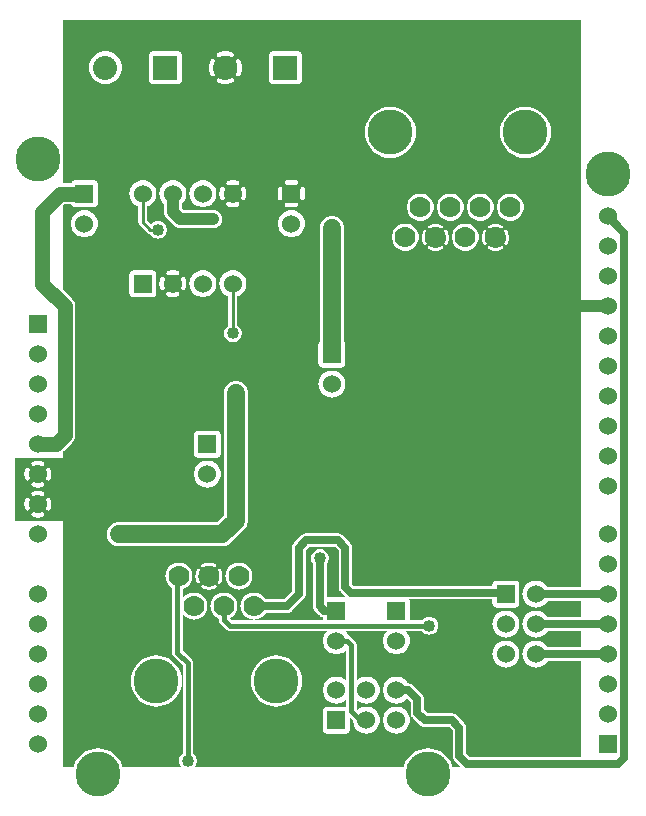
<source format=gbr>
G04 start of page 3 for group 1 idx 1 *
G04 Title: (unknown), solder *
G04 Creator: pcb 20110918 *
G04 CreationDate: Sat 02 Feb 2013 11:25:27 PM GMT UTC *
G04 For: petersen *
G04 Format: Gerber/RS-274X *
G04 PCB-Dimensions: 211000 271000 *
G04 PCB-Coordinate-Origin: lower left *
%MOIN*%
%FSLAX25Y25*%
%LNBOTTOM*%
%ADD50C,0.0480*%
%ADD49C,0.1280*%
%ADD48C,0.0300*%
%ADD47C,0.0280*%
%ADD46C,0.0380*%
%ADD45C,0.1285*%
%ADD44C,0.0200*%
%ADD43C,0.0800*%
%ADD42C,0.0700*%
%ADD41C,0.1500*%
%ADD40C,0.0150*%
%ADD39C,0.0250*%
%ADD38C,0.0600*%
%ADD37C,0.0100*%
%ADD36C,0.0400*%
%ADD35C,0.0500*%
%ADD34C,0.0001*%
G54D34*G36*
X167993Y262000D02*X191500D01*
Y162000D01*
X167993D01*
Y194912D01*
X168000Y194911D01*
X168706Y194967D01*
X169395Y195132D01*
X170049Y195403D01*
X170653Y195773D01*
X171192Y196233D01*
X171652Y196772D01*
X172022Y197376D01*
X172293Y198030D01*
X172458Y198719D01*
X172500Y199425D01*
X172458Y200131D01*
X172293Y200820D01*
X172022Y201474D01*
X171652Y202078D01*
X171192Y202617D01*
X170653Y203077D01*
X170049Y203447D01*
X169395Y203718D01*
X168706Y203883D01*
X168000Y203939D01*
X167993Y203938D01*
Y217524D01*
X169129Y216828D01*
X170365Y216316D01*
X171666Y216004D01*
X173000Y215899D01*
X174334Y216004D01*
X175635Y216316D01*
X176871Y216828D01*
X178012Y217527D01*
X179029Y218396D01*
X179898Y219413D01*
X180597Y220554D01*
X181109Y221790D01*
X181421Y223091D01*
X181500Y224425D01*
X181421Y225759D01*
X181109Y227060D01*
X180597Y228296D01*
X179898Y229437D01*
X179029Y230454D01*
X178012Y231323D01*
X176871Y232022D01*
X175635Y232534D01*
X174334Y232846D01*
X173000Y232951D01*
X171666Y232846D01*
X170365Y232534D01*
X169129Y232022D01*
X167993Y231326D01*
Y262000D01*
G37*
G36*
X166720Y195104D02*X167294Y194967D01*
X167993Y194912D01*
Y162000D01*
X166720D01*
Y186969D01*
X166771Y187008D01*
X166826Y187064D01*
X166870Y187129D01*
X167064Y187481D01*
X167221Y187851D01*
X167344Y188234D01*
X167433Y188625D01*
X167487Y189024D01*
X167504Y189425D01*
X167487Y189826D01*
X167433Y190225D01*
X167344Y190616D01*
X167221Y190999D01*
X167064Y191369D01*
X166874Y191723D01*
X166829Y191788D01*
X166774Y191845D01*
X166720Y191885D01*
Y195104D01*
G37*
G36*
Y218690D02*X166971Y218396D01*
X167988Y217527D01*
X167993Y217524D01*
Y203938D01*
X167294Y203883D01*
X166720Y203746D01*
Y218690D01*
G37*
G36*
Y262000D02*X167993D01*
Y231326D01*
X167988Y231323D01*
X166971Y230454D01*
X166720Y230160D01*
Y262000D01*
G37*
G36*
X163002D02*X166720D01*
Y230160D01*
X166102Y229437D01*
X165403Y228296D01*
X164891Y227060D01*
X164579Y225759D01*
X164474Y224425D01*
X164579Y223091D01*
X164891Y221790D01*
X165403Y220554D01*
X166102Y219413D01*
X166720Y218690D01*
Y203746D01*
X166605Y203718D01*
X165951Y203447D01*
X165347Y203077D01*
X164808Y202617D01*
X164348Y202078D01*
X163978Y201474D01*
X163707Y200820D01*
X163542Y200131D01*
X163486Y199425D01*
X163542Y198719D01*
X163707Y198030D01*
X163978Y197376D01*
X164348Y196772D01*
X164808Y196233D01*
X165347Y195773D01*
X165951Y195403D01*
X166605Y195132D01*
X166720Y195104D01*
Y191885D01*
X166710Y191893D01*
X166640Y191930D01*
X166565Y191955D01*
X166487Y191969D01*
X166408Y191970D01*
X166329Y191958D01*
X166254Y191935D01*
X166183Y191900D01*
X166118Y191854D01*
X166061Y191799D01*
X166013Y191736D01*
X165976Y191666D01*
X165951Y191591D01*
X165937Y191513D01*
X165936Y191433D01*
X165948Y191355D01*
X165971Y191279D01*
X166007Y191209D01*
X166157Y190935D01*
X166279Y190648D01*
X166375Y190351D01*
X166444Y190046D01*
X166486Y189737D01*
X166500Y189425D01*
X166486Y189113D01*
X166444Y188804D01*
X166375Y188499D01*
X166279Y188202D01*
X166157Y187915D01*
X166010Y187639D01*
X165974Y187570D01*
X165951Y187494D01*
X165940Y187416D01*
X165941Y187338D01*
X165954Y187260D01*
X165980Y187186D01*
X166016Y187116D01*
X166064Y187053D01*
X166120Y186998D01*
X166184Y186953D01*
X166255Y186918D01*
X166330Y186895D01*
X166408Y186884D01*
X166487Y186885D01*
X166564Y186898D01*
X166639Y186924D01*
X166708Y186960D01*
X166720Y186969D01*
Y162000D01*
X163002D01*
Y184921D01*
X163401Y184938D01*
X163800Y184992D01*
X164191Y185081D01*
X164574Y185204D01*
X164944Y185361D01*
X165298Y185551D01*
X165363Y185596D01*
X165420Y185651D01*
X165468Y185715D01*
X165504Y185785D01*
X165530Y185860D01*
X165544Y185938D01*
X165545Y186017D01*
X165533Y186096D01*
X165510Y186171D01*
X165475Y186242D01*
X165429Y186307D01*
X165374Y186364D01*
X165311Y186412D01*
X165241Y186449D01*
X165166Y186474D01*
X165088Y186488D01*
X165008Y186489D01*
X164930Y186477D01*
X164854Y186454D01*
X164784Y186418D01*
X164510Y186268D01*
X164223Y186146D01*
X163926Y186050D01*
X163621Y185981D01*
X163312Y185939D01*
X163002Y185925D01*
Y192925D01*
X163312Y192911D01*
X163621Y192869D01*
X163926Y192800D01*
X164223Y192704D01*
X164510Y192582D01*
X164786Y192435D01*
X164855Y192399D01*
X164931Y192376D01*
X165009Y192365D01*
X165087Y192366D01*
X165165Y192379D01*
X165239Y192405D01*
X165309Y192441D01*
X165372Y192489D01*
X165427Y192545D01*
X165472Y192609D01*
X165507Y192680D01*
X165530Y192755D01*
X165541Y192833D01*
X165540Y192912D01*
X165527Y192989D01*
X165501Y193064D01*
X165465Y193133D01*
X165417Y193196D01*
X165361Y193251D01*
X165296Y193295D01*
X164944Y193489D01*
X164574Y193646D01*
X164191Y193769D01*
X163800Y193858D01*
X163401Y193912D01*
X163002Y193929D01*
Y262000D01*
G37*
G36*
X159280D02*X163002D01*
Y193929D01*
X163000Y193929D01*
X162599Y193912D01*
X162200Y193858D01*
X161809Y193769D01*
X161426Y193646D01*
X161056Y193489D01*
X160702Y193299D01*
X160637Y193254D01*
X160580Y193199D01*
X160532Y193135D01*
X160496Y193065D01*
X160470Y192990D01*
X160456Y192912D01*
X160455Y192833D01*
X160467Y192754D01*
X160490Y192679D01*
X160525Y192608D01*
X160571Y192543D01*
X160626Y192486D01*
X160689Y192438D01*
X160759Y192402D01*
X160834Y192376D01*
X160912Y192362D01*
X160992Y192361D01*
X161070Y192373D01*
X161146Y192396D01*
X161216Y192432D01*
X161490Y192582D01*
X161777Y192704D01*
X162074Y192800D01*
X162379Y192869D01*
X162688Y192911D01*
X163000Y192925D01*
X163002Y192925D01*
Y185925D01*
X163000Y185925D01*
X162688Y185939D01*
X162379Y185981D01*
X162074Y186050D01*
X161777Y186146D01*
X161490Y186268D01*
X161214Y186415D01*
X161145Y186451D01*
X161069Y186474D01*
X160991Y186485D01*
X160913Y186484D01*
X160835Y186471D01*
X160761Y186445D01*
X160691Y186409D01*
X160628Y186361D01*
X160573Y186305D01*
X160528Y186241D01*
X160493Y186170D01*
X160470Y186095D01*
X160459Y186017D01*
X160460Y185938D01*
X160473Y185861D01*
X160499Y185786D01*
X160535Y185717D01*
X160583Y185654D01*
X160639Y185599D01*
X160704Y185555D01*
X161056Y185361D01*
X161426Y185204D01*
X161809Y185081D01*
X162200Y184992D01*
X162599Y184938D01*
X163000Y184921D01*
X163002Y184921D01*
Y162000D01*
X159280D01*
Y186965D01*
X159290Y186957D01*
X159360Y186921D01*
X159435Y186895D01*
X159513Y186881D01*
X159592Y186880D01*
X159671Y186892D01*
X159746Y186915D01*
X159817Y186950D01*
X159882Y186996D01*
X159939Y187051D01*
X159987Y187114D01*
X160024Y187184D01*
X160049Y187259D01*
X160063Y187337D01*
X160064Y187417D01*
X160052Y187495D01*
X160029Y187571D01*
X159993Y187641D01*
X159843Y187915D01*
X159721Y188202D01*
X159625Y188499D01*
X159556Y188804D01*
X159514Y189113D01*
X159500Y189425D01*
X159514Y189737D01*
X159556Y190046D01*
X159625Y190351D01*
X159721Y190648D01*
X159843Y190935D01*
X159990Y191211D01*
X160026Y191280D01*
X160049Y191356D01*
X160060Y191434D01*
X160059Y191512D01*
X160046Y191590D01*
X160020Y191664D01*
X159984Y191734D01*
X159936Y191797D01*
X159880Y191852D01*
X159816Y191897D01*
X159745Y191932D01*
X159670Y191955D01*
X159592Y191966D01*
X159513Y191965D01*
X159436Y191952D01*
X159361Y191926D01*
X159292Y191890D01*
X159280Y191881D01*
Y195104D01*
X159395Y195132D01*
X160049Y195403D01*
X160653Y195773D01*
X161192Y196233D01*
X161652Y196772D01*
X162022Y197376D01*
X162293Y198030D01*
X162458Y198719D01*
X162500Y199425D01*
X162458Y200131D01*
X162293Y200820D01*
X162022Y201474D01*
X161652Y202078D01*
X161192Y202617D01*
X160653Y203077D01*
X160049Y203447D01*
X159395Y203718D01*
X159280Y203746D01*
Y262000D01*
G37*
G36*
X152993D02*X159280D01*
Y203746D01*
X158706Y203883D01*
X158000Y203939D01*
X157294Y203883D01*
X156605Y203718D01*
X155951Y203447D01*
X155347Y203077D01*
X154808Y202617D01*
X154348Y202078D01*
X153978Y201474D01*
X153707Y200820D01*
X153542Y200131D01*
X153486Y199425D01*
X153542Y198719D01*
X153707Y198030D01*
X153978Y197376D01*
X154348Y196772D01*
X154808Y196233D01*
X155347Y195773D01*
X155951Y195403D01*
X156605Y195132D01*
X157294Y194967D01*
X158000Y194911D01*
X158706Y194967D01*
X159280Y195104D01*
Y191881D01*
X159229Y191842D01*
X159174Y191786D01*
X159130Y191721D01*
X158936Y191369D01*
X158779Y190999D01*
X158656Y190616D01*
X158567Y190225D01*
X158513Y189826D01*
X158496Y189425D01*
X158513Y189024D01*
X158567Y188625D01*
X158656Y188234D01*
X158779Y187851D01*
X158936Y187481D01*
X159126Y187127D01*
X159171Y187062D01*
X159226Y187005D01*
X159280Y186965D01*
Y162000D01*
X152993D01*
Y184912D01*
X153000Y184911D01*
X153706Y184967D01*
X154395Y185132D01*
X155049Y185403D01*
X155653Y185773D01*
X156192Y186233D01*
X156652Y186772D01*
X157022Y187376D01*
X157293Y188030D01*
X157458Y188719D01*
X157500Y189425D01*
X157458Y190131D01*
X157293Y190820D01*
X157022Y191474D01*
X156652Y192078D01*
X156192Y192617D01*
X155653Y193077D01*
X155049Y193447D01*
X154395Y193718D01*
X153706Y193883D01*
X153000Y193939D01*
X152993Y193938D01*
Y262000D01*
G37*
G36*
X147993D02*X152993D01*
Y193938D01*
X152294Y193883D01*
X151605Y193718D01*
X150951Y193447D01*
X150347Y193077D01*
X149808Y192617D01*
X149348Y192078D01*
X148978Y191474D01*
X148707Y190820D01*
X148542Y190131D01*
X148486Y189425D01*
X148542Y188719D01*
X148707Y188030D01*
X148978Y187376D01*
X149348Y186772D01*
X149808Y186233D01*
X150347Y185773D01*
X150951Y185403D01*
X151605Y185132D01*
X152294Y184967D01*
X152993Y184912D01*
Y162000D01*
X147993D01*
Y194912D01*
X148000Y194911D01*
X148706Y194967D01*
X149395Y195132D01*
X150049Y195403D01*
X150653Y195773D01*
X151192Y196233D01*
X151652Y196772D01*
X152022Y197376D01*
X152293Y198030D01*
X152458Y198719D01*
X152500Y199425D01*
X152458Y200131D01*
X152293Y200820D01*
X152022Y201474D01*
X151652Y202078D01*
X151192Y202617D01*
X150653Y203077D01*
X150049Y203447D01*
X149395Y203718D01*
X148706Y203883D01*
X148000Y203939D01*
X147993Y203938D01*
Y262000D01*
G37*
G36*
X146720Y195104D02*X147294Y194967D01*
X147993Y194912D01*
Y162000D01*
X146720D01*
Y186969D01*
X146771Y187008D01*
X146826Y187064D01*
X146870Y187129D01*
X147064Y187481D01*
X147221Y187851D01*
X147344Y188234D01*
X147433Y188625D01*
X147487Y189024D01*
X147504Y189425D01*
X147487Y189826D01*
X147433Y190225D01*
X147344Y190616D01*
X147221Y190999D01*
X147064Y191369D01*
X146874Y191723D01*
X146829Y191788D01*
X146774Y191845D01*
X146720Y191885D01*
Y195104D01*
G37*
G36*
Y262000D02*X147993D01*
Y203938D01*
X147294Y203883D01*
X146720Y203746D01*
Y262000D01*
G37*
G36*
X143002D02*X146720D01*
Y203746D01*
X146605Y203718D01*
X145951Y203447D01*
X145347Y203077D01*
X144808Y202617D01*
X144348Y202078D01*
X143978Y201474D01*
X143707Y200820D01*
X143542Y200131D01*
X143486Y199425D01*
X143542Y198719D01*
X143707Y198030D01*
X143978Y197376D01*
X144348Y196772D01*
X144808Y196233D01*
X145347Y195773D01*
X145951Y195403D01*
X146605Y195132D01*
X146720Y195104D01*
Y191885D01*
X146710Y191893D01*
X146640Y191930D01*
X146565Y191955D01*
X146487Y191969D01*
X146408Y191970D01*
X146329Y191958D01*
X146254Y191935D01*
X146183Y191900D01*
X146118Y191854D01*
X146061Y191799D01*
X146013Y191736D01*
X145976Y191666D01*
X145951Y191591D01*
X145937Y191513D01*
X145936Y191433D01*
X145948Y191355D01*
X145971Y191279D01*
X146007Y191209D01*
X146157Y190935D01*
X146279Y190648D01*
X146375Y190351D01*
X146444Y190046D01*
X146486Y189737D01*
X146500Y189425D01*
X146486Y189113D01*
X146444Y188804D01*
X146375Y188499D01*
X146279Y188202D01*
X146157Y187915D01*
X146010Y187639D01*
X145974Y187570D01*
X145951Y187494D01*
X145940Y187416D01*
X145941Y187338D01*
X145954Y187260D01*
X145980Y187186D01*
X146016Y187116D01*
X146064Y187053D01*
X146120Y186998D01*
X146184Y186953D01*
X146255Y186918D01*
X146330Y186895D01*
X146408Y186884D01*
X146487Y186885D01*
X146564Y186898D01*
X146639Y186924D01*
X146708Y186960D01*
X146720Y186969D01*
Y162000D01*
X143002D01*
Y184921D01*
X143401Y184938D01*
X143800Y184992D01*
X144191Y185081D01*
X144574Y185204D01*
X144944Y185361D01*
X145298Y185551D01*
X145363Y185596D01*
X145420Y185651D01*
X145468Y185715D01*
X145504Y185785D01*
X145530Y185860D01*
X145544Y185938D01*
X145545Y186017D01*
X145533Y186096D01*
X145510Y186171D01*
X145475Y186242D01*
X145429Y186307D01*
X145374Y186364D01*
X145311Y186412D01*
X145241Y186449D01*
X145166Y186474D01*
X145088Y186488D01*
X145008Y186489D01*
X144930Y186477D01*
X144854Y186454D01*
X144784Y186418D01*
X144510Y186268D01*
X144223Y186146D01*
X143926Y186050D01*
X143621Y185981D01*
X143312Y185939D01*
X143002Y185925D01*
Y192925D01*
X143312Y192911D01*
X143621Y192869D01*
X143926Y192800D01*
X144223Y192704D01*
X144510Y192582D01*
X144786Y192435D01*
X144855Y192399D01*
X144931Y192376D01*
X145009Y192365D01*
X145087Y192366D01*
X145165Y192379D01*
X145239Y192405D01*
X145309Y192441D01*
X145372Y192489D01*
X145427Y192545D01*
X145472Y192609D01*
X145507Y192680D01*
X145530Y192755D01*
X145541Y192833D01*
X145540Y192912D01*
X145527Y192989D01*
X145501Y193064D01*
X145465Y193133D01*
X145417Y193196D01*
X145361Y193251D01*
X145296Y193295D01*
X144944Y193489D01*
X144574Y193646D01*
X144191Y193769D01*
X143800Y193858D01*
X143401Y193912D01*
X143002Y193929D01*
Y262000D01*
G37*
G36*
X139280D02*X143002D01*
Y193929D01*
X143000Y193929D01*
X142599Y193912D01*
X142200Y193858D01*
X141809Y193769D01*
X141426Y193646D01*
X141056Y193489D01*
X140702Y193299D01*
X140637Y193254D01*
X140580Y193199D01*
X140532Y193135D01*
X140496Y193065D01*
X140470Y192990D01*
X140456Y192912D01*
X140455Y192833D01*
X140467Y192754D01*
X140490Y192679D01*
X140525Y192608D01*
X140571Y192543D01*
X140626Y192486D01*
X140689Y192438D01*
X140759Y192402D01*
X140834Y192376D01*
X140912Y192362D01*
X140992Y192361D01*
X141070Y192373D01*
X141146Y192396D01*
X141216Y192432D01*
X141490Y192582D01*
X141777Y192704D01*
X142074Y192800D01*
X142379Y192869D01*
X142688Y192911D01*
X143000Y192925D01*
X143002Y192925D01*
Y185925D01*
X143000Y185925D01*
X142688Y185939D01*
X142379Y185981D01*
X142074Y186050D01*
X141777Y186146D01*
X141490Y186268D01*
X141214Y186415D01*
X141145Y186451D01*
X141069Y186474D01*
X140991Y186485D01*
X140913Y186484D01*
X140835Y186471D01*
X140761Y186445D01*
X140691Y186409D01*
X140628Y186361D01*
X140573Y186305D01*
X140528Y186241D01*
X140493Y186170D01*
X140470Y186095D01*
X140459Y186017D01*
X140460Y185938D01*
X140473Y185861D01*
X140499Y185786D01*
X140535Y185717D01*
X140583Y185654D01*
X140639Y185599D01*
X140704Y185555D01*
X141056Y185361D01*
X141426Y185204D01*
X141809Y185081D01*
X142200Y184992D01*
X142599Y184938D01*
X143000Y184921D01*
X143002Y184921D01*
Y162000D01*
X139280D01*
Y186965D01*
X139290Y186957D01*
X139360Y186921D01*
X139435Y186895D01*
X139513Y186881D01*
X139592Y186880D01*
X139671Y186892D01*
X139746Y186915D01*
X139817Y186950D01*
X139882Y186996D01*
X139939Y187051D01*
X139987Y187114D01*
X140024Y187184D01*
X140049Y187259D01*
X140063Y187337D01*
X140064Y187417D01*
X140052Y187495D01*
X140029Y187571D01*
X139993Y187641D01*
X139843Y187915D01*
X139721Y188202D01*
X139625Y188499D01*
X139556Y188804D01*
X139514Y189113D01*
X139500Y189425D01*
X139514Y189737D01*
X139556Y190046D01*
X139625Y190351D01*
X139721Y190648D01*
X139843Y190935D01*
X139990Y191211D01*
X140026Y191280D01*
X140049Y191356D01*
X140060Y191434D01*
X140059Y191512D01*
X140046Y191590D01*
X140020Y191664D01*
X139984Y191734D01*
X139936Y191797D01*
X139880Y191852D01*
X139816Y191897D01*
X139745Y191932D01*
X139670Y191955D01*
X139592Y191966D01*
X139513Y191965D01*
X139436Y191952D01*
X139361Y191926D01*
X139292Y191890D01*
X139280Y191881D01*
Y195104D01*
X139395Y195132D01*
X140049Y195403D01*
X140653Y195773D01*
X141192Y196233D01*
X141652Y196772D01*
X142022Y197376D01*
X142293Y198030D01*
X142458Y198719D01*
X142500Y199425D01*
X142458Y200131D01*
X142293Y200820D01*
X142022Y201474D01*
X141652Y202078D01*
X141192Y202617D01*
X140653Y203077D01*
X140049Y203447D01*
X139395Y203718D01*
X139280Y203746D01*
Y262000D01*
G37*
G36*
X132993D02*X139280D01*
Y203746D01*
X138706Y203883D01*
X138000Y203939D01*
X137294Y203883D01*
X136605Y203718D01*
X135951Y203447D01*
X135347Y203077D01*
X134808Y202617D01*
X134348Y202078D01*
X133978Y201474D01*
X133707Y200820D01*
X133542Y200131D01*
X133486Y199425D01*
X133542Y198719D01*
X133707Y198030D01*
X133978Y197376D01*
X134348Y196772D01*
X134808Y196233D01*
X135347Y195773D01*
X135951Y195403D01*
X136605Y195132D01*
X137294Y194967D01*
X138000Y194911D01*
X138706Y194967D01*
X139280Y195104D01*
Y191881D01*
X139229Y191842D01*
X139174Y191786D01*
X139130Y191721D01*
X138936Y191369D01*
X138779Y190999D01*
X138656Y190616D01*
X138567Y190225D01*
X138513Y189826D01*
X138496Y189425D01*
X138513Y189024D01*
X138567Y188625D01*
X138656Y188234D01*
X138779Y187851D01*
X138936Y187481D01*
X139126Y187127D01*
X139171Y187062D01*
X139226Y187005D01*
X139280Y186965D01*
Y162000D01*
X132993D01*
Y184912D01*
X133000Y184911D01*
X133706Y184967D01*
X134395Y185132D01*
X135049Y185403D01*
X135653Y185773D01*
X136192Y186233D01*
X136652Y186772D01*
X137022Y187376D01*
X137293Y188030D01*
X137458Y188719D01*
X137500Y189425D01*
X137458Y190131D01*
X137293Y190820D01*
X137022Y191474D01*
X136652Y192078D01*
X136192Y192617D01*
X135653Y193077D01*
X135049Y193447D01*
X134395Y193718D01*
X133706Y193883D01*
X133000Y193939D01*
X132993Y193938D01*
Y217516D01*
X133012Y217527D01*
X134029Y218396D01*
X134898Y219413D01*
X135597Y220554D01*
X136109Y221790D01*
X136421Y223091D01*
X136500Y224425D01*
X136421Y225759D01*
X136109Y227060D01*
X135597Y228296D01*
X134898Y229437D01*
X134029Y230454D01*
X133012Y231323D01*
X132993Y231334D01*
Y262000D01*
G37*
G36*
X98750D02*X132993D01*
Y231334D01*
X131871Y232022D01*
X130635Y232534D01*
X129334Y232846D01*
X128000Y232951D01*
X126666Y232846D01*
X125365Y232534D01*
X124129Y232022D01*
X122988Y231323D01*
X121971Y230454D01*
X121102Y229437D01*
X120403Y228296D01*
X119891Y227060D01*
X119579Y225759D01*
X119474Y224425D01*
X119579Y223091D01*
X119891Y221790D01*
X120403Y220554D01*
X121102Y219413D01*
X121971Y218396D01*
X122988Y217527D01*
X124129Y216828D01*
X125365Y216316D01*
X126666Y216004D01*
X128000Y215899D01*
X129334Y216004D01*
X130635Y216316D01*
X131871Y216828D01*
X132993Y217516D01*
Y193938D01*
X132294Y193883D01*
X131605Y193718D01*
X130951Y193447D01*
X130347Y193077D01*
X129808Y192617D01*
X129348Y192078D01*
X128978Y191474D01*
X128707Y190820D01*
X128542Y190131D01*
X128486Y189425D01*
X128542Y188719D01*
X128707Y188030D01*
X128978Y187376D01*
X129348Y186772D01*
X129808Y186233D01*
X130347Y185773D01*
X130951Y185403D01*
X131605Y185132D01*
X132294Y184967D01*
X132993Y184912D01*
Y162000D01*
X112500D01*
Y192500D01*
X112463Y193128D01*
X112316Y193740D01*
X112075Y194322D01*
X111746Y194858D01*
X111337Y195337D01*
X110858Y195746D01*
X110322Y196075D01*
X109740Y196316D01*
X109128Y196463D01*
X108500Y196512D01*
X107872Y196463D01*
X107260Y196316D01*
X106678Y196075D01*
X106142Y195746D01*
X105663Y195337D01*
X105254Y194858D01*
X104925Y194322D01*
X104684Y193740D01*
X104537Y193128D01*
X104500Y192500D01*
Y162000D01*
X98750D01*
Y191507D01*
X99022Y191951D01*
X99293Y192605D01*
X99458Y193294D01*
X99500Y194000D01*
X99458Y194706D01*
X99293Y195395D01*
X99022Y196049D01*
X98750Y196493D01*
Y201748D01*
X98868Y201757D01*
X98982Y201785D01*
X99092Y201830D01*
X99192Y201891D01*
X99282Y201968D01*
X99359Y202058D01*
X99420Y202158D01*
X99465Y202268D01*
X99493Y202382D01*
X99500Y202500D01*
Y205500D01*
X99493Y205618D01*
X99465Y205732D01*
X99420Y205842D01*
X99359Y205942D01*
X99282Y206032D01*
X99192Y206109D01*
X99092Y206170D01*
X98982Y206215D01*
X98868Y206243D01*
X98750Y206252D01*
Y262000D01*
G37*
G36*
Y162000D02*X94993D01*
Y189487D01*
X95000Y189486D01*
X95706Y189542D01*
X96395Y189707D01*
X97049Y189978D01*
X97653Y190348D01*
X98192Y190808D01*
X98652Y191347D01*
X98750Y191507D01*
Y162000D01*
G37*
G36*
X94993Y262000D02*X98750D01*
Y206252D01*
X98632Y206243D01*
X98518Y206215D01*
X98408Y206170D01*
X98308Y206109D01*
X98218Y206032D01*
X98141Y205942D01*
X98080Y205842D01*
X98035Y205732D01*
X98007Y205618D01*
X98000Y205500D01*
Y202500D01*
X98007Y202382D01*
X98035Y202268D01*
X98080Y202158D01*
X98141Y202058D01*
X98218Y201968D01*
X98308Y201891D01*
X98408Y201830D01*
X98518Y201785D01*
X98632Y201757D01*
X98750Y201748D01*
Y196493D01*
X98652Y196653D01*
X98192Y197192D01*
X97653Y197652D01*
X97049Y198022D01*
X96395Y198293D01*
X95706Y198458D01*
X95000Y198514D01*
X94993Y198513D01*
Y199500D01*
X96500D01*
X96618Y199507D01*
X96732Y199535D01*
X96842Y199580D01*
X96942Y199641D01*
X97032Y199718D01*
X97109Y199808D01*
X97170Y199908D01*
X97215Y200018D01*
X97243Y200132D01*
X97252Y200250D01*
X97243Y200368D01*
X97215Y200482D01*
X97170Y200592D01*
X97109Y200692D01*
X97032Y200782D01*
X96942Y200859D01*
X96842Y200920D01*
X96732Y200965D01*
X96618Y200993D01*
X96500Y201000D01*
X94993D01*
Y207000D01*
X96500D01*
X96618Y207007D01*
X96732Y207035D01*
X96842Y207080D01*
X96942Y207141D01*
X97032Y207218D01*
X97109Y207308D01*
X97170Y207408D01*
X97215Y207518D01*
X97243Y207632D01*
X97252Y207750D01*
X97243Y207868D01*
X97215Y207982D01*
X97170Y208092D01*
X97109Y208192D01*
X97032Y208282D01*
X96942Y208359D01*
X96842Y208420D01*
X96732Y208465D01*
X96618Y208493D01*
X96500Y208500D01*
X94993D01*
Y240510D01*
X97235Y240514D01*
X97465Y240569D01*
X97683Y240659D01*
X97884Y240783D01*
X98064Y240936D01*
X98217Y241116D01*
X98341Y241317D01*
X98431Y241535D01*
X98486Y241765D01*
X98500Y242000D01*
X98486Y250235D01*
X98431Y250465D01*
X98341Y250683D01*
X98217Y250884D01*
X98064Y251064D01*
X97884Y251217D01*
X97683Y251341D01*
X97465Y251431D01*
X97235Y251486D01*
X97000Y251500D01*
X94993Y251497D01*
Y262000D01*
G37*
G36*
X73002Y170253D02*X73451Y169978D01*
X74000Y169751D01*
Y162000D01*
X73002D01*
Y170253D01*
G37*
G36*
X91250Y191507D02*X91348Y191347D01*
X91808Y190808D01*
X92347Y190348D01*
X92951Y189978D01*
X93605Y189707D01*
X94294Y189542D01*
X94993Y189487D01*
Y162000D01*
X91250D01*
Y191507D01*
G37*
G36*
Y240504D02*X94993Y240510D01*
Y208500D01*
X93500D01*
X93382Y208493D01*
X93268Y208465D01*
X93158Y208420D01*
X93058Y208359D01*
X92968Y208282D01*
X92891Y208192D01*
X92830Y208092D01*
X92785Y207982D01*
X92757Y207868D01*
X92748Y207750D01*
X92757Y207632D01*
X92785Y207518D01*
X92830Y207408D01*
X92891Y207308D01*
X92968Y207218D01*
X93058Y207141D01*
X93158Y207080D01*
X93268Y207035D01*
X93382Y207007D01*
X93500Y207000D01*
X94993D01*
Y201000D01*
X93500D01*
X93382Y200993D01*
X93268Y200965D01*
X93158Y200920D01*
X93058Y200859D01*
X92968Y200782D01*
X92891Y200692D01*
X92830Y200592D01*
X92785Y200482D01*
X92757Y200368D01*
X92748Y200250D01*
X92757Y200132D01*
X92785Y200018D01*
X92830Y199908D01*
X92891Y199808D01*
X92968Y199718D01*
X93058Y199641D01*
X93158Y199580D01*
X93268Y199535D01*
X93382Y199507D01*
X93500Y199500D01*
X94993D01*
Y198513D01*
X94294Y198458D01*
X93605Y198293D01*
X92951Y198022D01*
X92347Y197652D01*
X91808Y197192D01*
X91348Y196653D01*
X91250Y196493D01*
Y201748D01*
X91368Y201757D01*
X91482Y201785D01*
X91592Y201830D01*
X91692Y201891D01*
X91782Y201968D01*
X91859Y202058D01*
X91920Y202158D01*
X91965Y202268D01*
X91993Y202382D01*
X92000Y202500D01*
Y205500D01*
X91993Y205618D01*
X91965Y205732D01*
X91920Y205842D01*
X91859Y205942D01*
X91782Y206032D01*
X91692Y206109D01*
X91592Y206170D01*
X91482Y206215D01*
X91368Y206243D01*
X91250Y206252D01*
Y240504D01*
G37*
G36*
Y262000D02*X94993D01*
Y251497D01*
X91250Y251490D01*
Y262000D01*
G37*
G36*
X79113D02*X91250D01*
Y251490D01*
X88765Y251486D01*
X88535Y251431D01*
X88317Y251341D01*
X88116Y251217D01*
X87936Y251064D01*
X87783Y250884D01*
X87659Y250683D01*
X87569Y250465D01*
X87514Y250235D01*
X87500Y250000D01*
X87514Y241765D01*
X87569Y241535D01*
X87659Y241317D01*
X87783Y241116D01*
X87936Y240936D01*
X88116Y240783D01*
X88317Y240659D01*
X88535Y240569D01*
X88765Y240514D01*
X89000Y240500D01*
X91250Y240504D01*
Y206252D01*
X91132Y206243D01*
X91018Y206215D01*
X90908Y206170D01*
X90808Y206109D01*
X90718Y206032D01*
X90641Y205942D01*
X90580Y205842D01*
X90535Y205732D01*
X90507Y205618D01*
X90500Y205500D01*
Y202500D01*
X90507Y202382D01*
X90535Y202268D01*
X90580Y202158D01*
X90641Y202058D01*
X90718Y201968D01*
X90808Y201891D01*
X90908Y201830D01*
X91018Y201785D01*
X91132Y201757D01*
X91250Y201748D01*
Y196493D01*
X90978Y196049D01*
X90707Y195395D01*
X90542Y194706D01*
X90486Y194000D01*
X90542Y193294D01*
X90707Y192605D01*
X90978Y191951D01*
X91250Y191507D01*
Y162000D01*
X79113D01*
Y171302D01*
X79152Y171347D01*
X79522Y171951D01*
X79793Y172605D01*
X79958Y173294D01*
X80000Y174000D01*
X79958Y174706D01*
X79793Y175395D01*
X79522Y176049D01*
X79152Y176653D01*
X79113Y176698D01*
Y201853D01*
X79156Y201860D01*
X79268Y201897D01*
X79373Y201952D01*
X79468Y202022D01*
X79551Y202106D01*
X79619Y202202D01*
X79670Y202308D01*
X79818Y202716D01*
X79922Y203137D01*
X79984Y203567D01*
X80005Y204000D01*
X79984Y204433D01*
X79922Y204863D01*
X79818Y205284D01*
X79675Y205694D01*
X79622Y205800D01*
X79553Y205896D01*
X79470Y205981D01*
X79375Y206051D01*
X79269Y206106D01*
X79157Y206143D01*
X79113Y206151D01*
Y262000D01*
G37*
G36*
Y162000D02*X77493D01*
Y169955D01*
X77549Y169978D01*
X78153Y170348D01*
X78692Y170808D01*
X79113Y171302D01*
Y162000D01*
G37*
G36*
X77493Y262000D02*X79113D01*
Y206151D01*
X79040Y206163D01*
X78921Y206164D01*
X78804Y206146D01*
X78691Y206110D01*
X78585Y206057D01*
X78488Y205988D01*
X78404Y205905D01*
X78333Y205809D01*
X78279Y205704D01*
X78241Y205592D01*
X78222Y205475D01*
X78221Y205356D01*
X78239Y205239D01*
X78277Y205126D01*
X78376Y204855D01*
X78444Y204575D01*
X78486Y204289D01*
X78500Y204000D01*
X78486Y203711D01*
X78444Y203425D01*
X78376Y203145D01*
X78280Y202872D01*
X78242Y202761D01*
X78225Y202644D01*
X78225Y202526D01*
X78245Y202409D01*
X78282Y202297D01*
X78336Y202193D01*
X78406Y202098D01*
X78491Y202015D01*
X78587Y201946D01*
X78692Y201893D01*
X78805Y201857D01*
X78921Y201840D01*
X79039Y201841D01*
X79113Y201853D01*
Y176698D01*
X78692Y177192D01*
X78153Y177652D01*
X77549Y178022D01*
X77493Y178045D01*
Y200046D01*
X77551Y200125D01*
X77606Y200231D01*
X77643Y200343D01*
X77663Y200460D01*
X77664Y200579D01*
X77646Y200696D01*
X77610Y200809D01*
X77557Y200915D01*
X77493Y201005D01*
Y207001D01*
X77554Y207087D01*
X77607Y207192D01*
X77643Y207305D01*
X77660Y207421D01*
X77659Y207539D01*
X77640Y207656D01*
X77603Y207768D01*
X77548Y207873D01*
X77493Y207948D01*
Y243145D01*
X77578Y243181D01*
X77679Y243243D01*
X77769Y243319D01*
X77845Y243409D01*
X77905Y243511D01*
X78122Y243980D01*
X78289Y244469D01*
X78409Y244972D01*
X78482Y245484D01*
X78506Y246000D01*
X78482Y246516D01*
X78409Y247028D01*
X78289Y247531D01*
X78122Y248020D01*
X77910Y248492D01*
X77849Y248593D01*
X77772Y248684D01*
X77682Y248761D01*
X77580Y248823D01*
X77493Y248860D01*
Y262000D01*
G37*
G36*
Y162000D02*X77000D01*
Y169751D01*
X77493Y169955D01*
Y162000D01*
G37*
G36*
X73002Y262000D02*X77493D01*
Y248860D01*
X77471Y248869D01*
X77355Y248897D01*
X77237Y248906D01*
X77119Y248897D01*
X77003Y248870D01*
X76893Y248824D01*
X76792Y248762D01*
X76702Y248686D01*
X76624Y248595D01*
X76562Y248494D01*
X76516Y248385D01*
X76489Y248269D01*
X76479Y248151D01*
X76488Y248032D01*
X76516Y247917D01*
X76563Y247808D01*
X76721Y247468D01*
X76842Y247112D01*
X76930Y246747D01*
X76982Y246375D01*
X77000Y246000D01*
X76982Y245625D01*
X76930Y245253D01*
X76842Y244888D01*
X76721Y244532D01*
X76567Y244190D01*
X76520Y244082D01*
X76493Y243967D01*
X76483Y243849D01*
X76493Y243732D01*
X76521Y243617D01*
X76566Y243508D01*
X76628Y243407D01*
X76705Y243318D01*
X76795Y243241D01*
X76895Y243180D01*
X77004Y243135D01*
X77119Y243107D01*
X77237Y243098D01*
X77355Y243108D01*
X77469Y243135D01*
X77493Y243145D01*
Y207948D01*
X77478Y207968D01*
X77394Y208051D01*
X77298Y208119D01*
X77192Y208170D01*
X76784Y208318D01*
X76363Y208422D01*
X75933Y208484D01*
X75500Y208505D01*
X75067Y208484D01*
X74637Y208422D01*
X74216Y208318D01*
X73806Y208175D01*
X73700Y208122D01*
X73604Y208053D01*
X73519Y207970D01*
X73449Y207875D01*
X73394Y207769D01*
X73357Y207657D01*
X73337Y207540D01*
X73336Y207421D01*
X73354Y207304D01*
X73390Y207191D01*
X73443Y207085D01*
X73512Y206988D01*
X73595Y206904D01*
X73691Y206833D01*
X73796Y206779D01*
X73908Y206741D01*
X74025Y206722D01*
X74144Y206721D01*
X74261Y206739D01*
X74374Y206777D01*
X74645Y206876D01*
X74925Y206944D01*
X75211Y206986D01*
X75500Y207000D01*
X75789Y206986D01*
X76075Y206944D01*
X76355Y206876D01*
X76628Y206780D01*
X76739Y206742D01*
X76856Y206725D01*
X76974Y206725D01*
X77091Y206745D01*
X77203Y206782D01*
X77307Y206836D01*
X77402Y206906D01*
X77485Y206991D01*
X77493Y207001D01*
Y201005D01*
X77488Y201012D01*
X77405Y201096D01*
X77309Y201167D01*
X77204Y201221D01*
X77092Y201259D01*
X76975Y201278D01*
X76856Y201279D01*
X76739Y201261D01*
X76626Y201223D01*
X76355Y201124D01*
X76075Y201056D01*
X75789Y201014D01*
X75500Y201000D01*
X75211Y201014D01*
X74925Y201056D01*
X74645Y201124D01*
X74372Y201220D01*
X74261Y201258D01*
X74144Y201275D01*
X74026Y201275D01*
X73909Y201255D01*
X73797Y201218D01*
X73693Y201164D01*
X73598Y201094D01*
X73515Y201009D01*
X73446Y200913D01*
X73393Y200808D01*
X73357Y200695D01*
X73340Y200579D01*
X73341Y200461D01*
X73360Y200344D01*
X73397Y200232D01*
X73452Y200127D01*
X73522Y200032D01*
X73606Y199949D01*
X73702Y199881D01*
X73808Y199830D01*
X74216Y199682D01*
X74637Y199578D01*
X75067Y199516D01*
X75500Y199495D01*
X75933Y199516D01*
X76363Y199578D01*
X76784Y199682D01*
X77194Y199825D01*
X77300Y199878D01*
X77396Y199947D01*
X77481Y200030D01*
X77493Y200046D01*
Y178045D01*
X76895Y178293D01*
X76206Y178458D01*
X75500Y178514D01*
X74794Y178458D01*
X74105Y178293D01*
X73451Y178022D01*
X73002Y177747D01*
Y240494D01*
X73516Y240518D01*
X74028Y240591D01*
X74531Y240711D01*
X75020Y240878D01*
X75492Y241090D01*
X75593Y241151D01*
X75684Y241228D01*
X75761Y241318D01*
X75823Y241420D01*
X75869Y241529D01*
X75897Y241645D01*
X75906Y241763D01*
X75897Y241881D01*
X75870Y241997D01*
X75824Y242107D01*
X75762Y242208D01*
X75686Y242298D01*
X75595Y242376D01*
X75494Y242438D01*
X75385Y242484D01*
X75269Y242511D01*
X75151Y242521D01*
X75032Y242512D01*
X74917Y242484D01*
X74808Y242437D01*
X74468Y242279D01*
X74112Y242158D01*
X73747Y242070D01*
X73375Y242018D01*
X73002Y242000D01*
Y250000D01*
X73375Y249982D01*
X73747Y249930D01*
X74112Y249842D01*
X74468Y249721D01*
X74810Y249567D01*
X74918Y249520D01*
X75033Y249493D01*
X75151Y249483D01*
X75268Y249493D01*
X75383Y249521D01*
X75492Y249566D01*
X75593Y249628D01*
X75682Y249705D01*
X75759Y249795D01*
X75820Y249895D01*
X75865Y250004D01*
X75893Y250119D01*
X75902Y250237D01*
X75892Y250355D01*
X75865Y250469D01*
X75819Y250578D01*
X75757Y250679D01*
X75681Y250769D01*
X75591Y250845D01*
X75489Y250905D01*
X75020Y251122D01*
X74531Y251289D01*
X74028Y251409D01*
X73516Y251482D01*
X73002Y251506D01*
Y262000D01*
G37*
G36*
X71887Y171302D02*X72308Y170808D01*
X72847Y170348D01*
X73002Y170253D01*
Y162000D01*
X71887D01*
Y171302D01*
G37*
G36*
Y240611D02*X71972Y240591D01*
X72484Y240518D01*
X73000Y240494D01*
X73002Y240494D01*
Y177747D01*
X72847Y177652D01*
X72308Y177192D01*
X71887Y176698D01*
Y194674D01*
X71972Y195029D01*
X72009Y195500D01*
X71972Y195971D01*
X71887Y196326D01*
Y201849D01*
X71960Y201837D01*
X72079Y201836D01*
X72196Y201854D01*
X72309Y201890D01*
X72415Y201943D01*
X72512Y202012D01*
X72596Y202095D01*
X72667Y202191D01*
X72721Y202296D01*
X72759Y202408D01*
X72778Y202525D01*
X72779Y202644D01*
X72761Y202761D01*
X72723Y202874D01*
X72624Y203145D01*
X72556Y203425D01*
X72514Y203711D01*
X72500Y204000D01*
X72514Y204289D01*
X72556Y204575D01*
X72624Y204855D01*
X72720Y205128D01*
X72758Y205239D01*
X72775Y205356D01*
X72775Y205474D01*
X72755Y205591D01*
X72718Y205703D01*
X72664Y205807D01*
X72594Y205902D01*
X72509Y205985D01*
X72413Y206054D01*
X72308Y206107D01*
X72195Y206143D01*
X72079Y206160D01*
X71961Y206159D01*
X71887Y206147D01*
Y240611D01*
G37*
G36*
Y249842D02*X71888Y249842D01*
X72253Y249930D01*
X72625Y249982D01*
X73000Y250000D01*
X73002Y250000D01*
Y242000D01*
X73000Y242000D01*
X72625Y242018D01*
X72253Y242070D01*
X71888Y242158D01*
X71887Y242158D01*
Y249842D01*
G37*
G36*
Y262000D02*X73002D01*
Y251506D01*
X73000Y251506D01*
X72484Y251482D01*
X71972Y251409D01*
X71887Y251389D01*
Y262000D01*
G37*
G36*
Y176698D02*X71848Y176653D01*
X71478Y176049D01*
X71207Y175395D01*
X71042Y174706D01*
X70986Y174000D01*
X71042Y173294D01*
X71207Y172605D01*
X71478Y171951D01*
X71848Y171347D01*
X71887Y171302D01*
Y162000D01*
X68507D01*
Y170651D01*
X68692Y170808D01*
X69152Y171347D01*
X69522Y171951D01*
X69793Y172605D01*
X69958Y173294D01*
X70000Y174000D01*
X69958Y174706D01*
X69793Y175395D01*
X69522Y176049D01*
X69152Y176653D01*
X68692Y177192D01*
X68507Y177349D01*
Y192500D01*
X68882D01*
X69000Y192491D01*
X69471Y192528D01*
X69471Y192528D01*
X69930Y192638D01*
X70366Y192819D01*
X70769Y193065D01*
X71128Y193372D01*
X71435Y193731D01*
X71681Y194134D01*
X71862Y194570D01*
X71887Y194674D01*
Y176698D01*
G37*
G36*
X68507Y262000D02*X71887D01*
Y251389D01*
X71469Y251289D01*
X70980Y251122D01*
X70508Y250910D01*
X70407Y250849D01*
X70316Y250772D01*
X70239Y250682D01*
X70177Y250580D01*
X70131Y250471D01*
X70103Y250355D01*
X70094Y250237D01*
X70103Y250119D01*
X70130Y250003D01*
X70176Y249893D01*
X70238Y249792D01*
X70314Y249702D01*
X70405Y249624D01*
X70506Y249562D01*
X70615Y249516D01*
X70731Y249489D01*
X70849Y249479D01*
X70968Y249488D01*
X71083Y249516D01*
X71192Y249563D01*
X71532Y249721D01*
X71887Y249842D01*
Y242158D01*
X71532Y242279D01*
X71190Y242433D01*
X71082Y242480D01*
X70967Y242507D01*
X70849Y242517D01*
X70732Y242507D01*
X70617Y242479D01*
X70508Y242434D01*
X70407Y242372D01*
X70318Y242295D01*
X70241Y242205D01*
X70180Y242105D01*
X70135Y241996D01*
X70107Y241881D01*
X70098Y241763D01*
X70108Y241645D01*
X70135Y241531D01*
X70181Y241422D01*
X70243Y241321D01*
X70319Y241231D01*
X70409Y241155D01*
X70511Y241095D01*
X70980Y240878D01*
X71469Y240711D01*
X71887Y240611D01*
Y206147D01*
X71844Y206140D01*
X71732Y206103D01*
X71627Y206048D01*
X71532Y205978D01*
X71449Y205894D01*
X71381Y205798D01*
X71330Y205692D01*
X71182Y205284D01*
X71078Y204863D01*
X71016Y204433D01*
X70995Y204000D01*
X71016Y203567D01*
X71078Y203137D01*
X71182Y202716D01*
X71325Y202306D01*
X71378Y202200D01*
X71447Y202104D01*
X71530Y202019D01*
X71625Y201949D01*
X71731Y201894D01*
X71843Y201857D01*
X71887Y201849D01*
Y196326D01*
X71862Y196430D01*
X71681Y196866D01*
X71435Y197269D01*
X71128Y197628D01*
X70769Y197935D01*
X70366Y198181D01*
X69930Y198362D01*
X69471Y198472D01*
X69471Y198472D01*
X69000Y198509D01*
X68882Y198500D01*
X68507D01*
Y200651D01*
X68692Y200808D01*
X69152Y201347D01*
X69522Y201951D01*
X69793Y202605D01*
X69958Y203294D01*
X70000Y204000D01*
X69958Y204706D01*
X69793Y205395D01*
X69522Y206049D01*
X69152Y206653D01*
X68692Y207192D01*
X68507Y207349D01*
Y243140D01*
X68529Y243131D01*
X68645Y243103D01*
X68763Y243094D01*
X68881Y243103D01*
X68997Y243130D01*
X69107Y243176D01*
X69208Y243238D01*
X69298Y243314D01*
X69376Y243405D01*
X69438Y243506D01*
X69484Y243615D01*
X69511Y243731D01*
X69521Y243849D01*
X69512Y243968D01*
X69484Y244083D01*
X69437Y244192D01*
X69279Y244532D01*
X69158Y244888D01*
X69070Y245253D01*
X69018Y245625D01*
X69000Y246000D01*
X69018Y246375D01*
X69070Y246747D01*
X69158Y247112D01*
X69279Y247468D01*
X69433Y247810D01*
X69480Y247918D01*
X69507Y248033D01*
X69517Y248151D01*
X69507Y248268D01*
X69479Y248383D01*
X69434Y248492D01*
X69372Y248593D01*
X69295Y248682D01*
X69205Y248759D01*
X69105Y248820D01*
X68996Y248865D01*
X68881Y248893D01*
X68763Y248902D01*
X68645Y248892D01*
X68531Y248865D01*
X68507Y248855D01*
Y262000D01*
G37*
G36*
Y198500D02*X61498D01*
Y201919D01*
X61848Y201347D01*
X62308Y200808D01*
X62847Y200348D01*
X63451Y199978D01*
X64105Y199707D01*
X64794Y199542D01*
X65500Y199486D01*
X66206Y199542D01*
X66895Y199707D01*
X67549Y199978D01*
X68153Y200348D01*
X68507Y200651D01*
Y198500D01*
G37*
G36*
Y177349D02*X68153Y177652D01*
X67549Y178022D01*
X66895Y178293D01*
X66206Y178458D01*
X65500Y178514D01*
X64794Y178458D01*
X64105Y178293D01*
X63451Y178022D01*
X62847Y177652D01*
X62308Y177192D01*
X61848Y176653D01*
X61498Y176081D01*
Y192500D01*
X68507D01*
Y177349D01*
G37*
G36*
Y162000D02*X61498D01*
Y171919D01*
X61848Y171347D01*
X62308Y170808D01*
X62847Y170348D01*
X63451Y169978D01*
X64105Y169707D01*
X64794Y169542D01*
X65500Y169486D01*
X66206Y169542D01*
X66895Y169707D01*
X67549Y169978D01*
X68153Y170348D01*
X68507Y170651D01*
Y162000D01*
G37*
G36*
X61498Y262000D02*X68507D01*
Y248855D01*
X68422Y248819D01*
X68321Y248757D01*
X68231Y248681D01*
X68155Y248591D01*
X68095Y248489D01*
X67878Y248020D01*
X67711Y247531D01*
X67591Y247028D01*
X67518Y246516D01*
X67494Y246000D01*
X67518Y245484D01*
X67591Y244972D01*
X67711Y244469D01*
X67878Y243980D01*
X68090Y243508D01*
X68151Y243407D01*
X68228Y243316D01*
X68318Y243239D01*
X68420Y243177D01*
X68507Y243140D01*
Y207349D01*
X68153Y207652D01*
X67549Y208022D01*
X66895Y208293D01*
X66206Y208458D01*
X65500Y208514D01*
X64794Y208458D01*
X64105Y208293D01*
X63451Y208022D01*
X62847Y207652D01*
X62308Y207192D01*
X61848Y206653D01*
X61498Y206081D01*
Y262000D01*
G37*
G36*
X59113Y192500D02*X61498D01*
Y176081D01*
X61478Y176049D01*
X61207Y175395D01*
X61042Y174706D01*
X60986Y174000D01*
X61042Y173294D01*
X61207Y172605D01*
X61478Y171951D01*
X61498Y171919D01*
Y162000D01*
X59113D01*
Y171853D01*
X59156Y171860D01*
X59268Y171897D01*
X59373Y171952D01*
X59468Y172022D01*
X59551Y172106D01*
X59619Y172202D01*
X59670Y172308D01*
X59818Y172716D01*
X59922Y173137D01*
X59984Y173567D01*
X60005Y174000D01*
X59984Y174433D01*
X59922Y174863D01*
X59818Y175284D01*
X59675Y175694D01*
X59622Y175800D01*
X59553Y175896D01*
X59470Y175981D01*
X59375Y176051D01*
X59269Y176106D01*
X59157Y176143D01*
X59113Y176151D01*
Y192500D01*
G37*
G36*
X55502Y193756D02*X55796Y193462D01*
X55872Y193372D01*
X56231Y193065D01*
X56231Y193065D01*
X56634Y192819D01*
X57070Y192638D01*
X57440Y192549D01*
X57529Y192528D01*
X57529D01*
X58000Y192491D01*
X58118Y192500D01*
X59113D01*
Y176151D01*
X59040Y176163D01*
X58921Y176164D01*
X58804Y176146D01*
X58691Y176110D01*
X58585Y176057D01*
X58488Y175988D01*
X58404Y175905D01*
X58333Y175809D01*
X58279Y175704D01*
X58241Y175592D01*
X58222Y175475D01*
X58221Y175356D01*
X58239Y175239D01*
X58277Y175126D01*
X58376Y174855D01*
X58444Y174575D01*
X58486Y174289D01*
X58500Y174000D01*
X58486Y173711D01*
X58444Y173425D01*
X58376Y173145D01*
X58280Y172872D01*
X58242Y172761D01*
X58225Y172644D01*
X58225Y172526D01*
X58245Y172409D01*
X58282Y172297D01*
X58336Y172193D01*
X58406Y172098D01*
X58491Y172015D01*
X58587Y171946D01*
X58692Y171893D01*
X58805Y171857D01*
X58921Y171840D01*
X59039Y171841D01*
X59113Y171853D01*
Y162000D01*
X55502D01*
Y169495D01*
X55933Y169516D01*
X56363Y169578D01*
X56784Y169682D01*
X57194Y169825D01*
X57300Y169878D01*
X57396Y169947D01*
X57481Y170030D01*
X57551Y170125D01*
X57606Y170231D01*
X57643Y170343D01*
X57663Y170460D01*
X57664Y170579D01*
X57646Y170696D01*
X57610Y170809D01*
X57557Y170915D01*
X57488Y171012D01*
X57405Y171096D01*
X57309Y171167D01*
X57204Y171221D01*
X57092Y171259D01*
X56975Y171278D01*
X56856Y171279D01*
X56739Y171261D01*
X56626Y171223D01*
X56355Y171124D01*
X56075Y171056D01*
X55789Y171014D01*
X55502Y171000D01*
Y177000D01*
X55789Y176986D01*
X56075Y176944D01*
X56355Y176876D01*
X56628Y176780D01*
X56739Y176742D01*
X56856Y176725D01*
X56974Y176725D01*
X57091Y176745D01*
X57203Y176782D01*
X57307Y176836D01*
X57402Y176906D01*
X57485Y176991D01*
X57554Y177087D01*
X57607Y177192D01*
X57643Y177305D01*
X57660Y177421D01*
X57659Y177539D01*
X57640Y177656D01*
X57603Y177768D01*
X57548Y177873D01*
X57478Y177968D01*
X57394Y178051D01*
X57298Y178119D01*
X57192Y178170D01*
X56784Y178318D01*
X56363Y178422D01*
X55933Y178484D01*
X55502Y178505D01*
Y193756D01*
G37*
G36*
Y262000D02*X61498D01*
Y206081D01*
X61478Y206049D01*
X61207Y205395D01*
X61042Y204706D01*
X60986Y204000D01*
X61042Y203294D01*
X61207Y202605D01*
X61478Y201951D01*
X61498Y201919D01*
Y198500D01*
X59243D01*
X58500Y199243D01*
Y200644D01*
X58692Y200808D01*
X59152Y201347D01*
X59522Y201951D01*
X59793Y202605D01*
X59958Y203294D01*
X60000Y204000D01*
X59958Y204706D01*
X59793Y205395D01*
X59522Y206049D01*
X59152Y206653D01*
X58692Y207192D01*
X58153Y207652D01*
X57549Y208022D01*
X56895Y208293D01*
X56206Y208458D01*
X55502Y208514D01*
Y240511D01*
X57235Y240514D01*
X57465Y240569D01*
X57683Y240659D01*
X57884Y240783D01*
X58064Y240936D01*
X58217Y241116D01*
X58341Y241317D01*
X58431Y241535D01*
X58486Y241765D01*
X58500Y242000D01*
X58486Y250235D01*
X58431Y250465D01*
X58341Y250683D01*
X58217Y250884D01*
X58064Y251064D01*
X57884Y251217D01*
X57683Y251341D01*
X57465Y251431D01*
X57235Y251486D01*
X57000Y251500D01*
X55502Y251497D01*
Y262000D01*
G37*
G36*
X51887Y201302D02*X52308Y200808D01*
X52500Y200644D01*
Y198118D01*
X52491Y198000D01*
X52528Y197529D01*
Y197529D01*
X52549Y197440D01*
X52638Y197070D01*
X52819Y196634D01*
X53065Y196231D01*
X53065Y196231D01*
X53372Y195872D01*
X53462Y195796D01*
X55502Y193756D01*
Y178505D01*
X55500Y178505D01*
X55067Y178484D01*
X54637Y178422D01*
X54216Y178318D01*
X53806Y178175D01*
X53700Y178122D01*
X53604Y178053D01*
X53519Y177970D01*
X53449Y177875D01*
X53394Y177769D01*
X53357Y177657D01*
X53337Y177540D01*
X53336Y177421D01*
X53354Y177304D01*
X53390Y177191D01*
X53443Y177085D01*
X53512Y176988D01*
X53595Y176904D01*
X53691Y176833D01*
X53796Y176779D01*
X53908Y176741D01*
X54025Y176722D01*
X54144Y176721D01*
X54261Y176739D01*
X54374Y176777D01*
X54645Y176876D01*
X54925Y176944D01*
X55211Y176986D01*
X55500Y177000D01*
X55502Y177000D01*
Y171000D01*
X55500Y171000D01*
X55211Y171014D01*
X54925Y171056D01*
X54645Y171124D01*
X54372Y171220D01*
X54261Y171258D01*
X54144Y171275D01*
X54026Y171275D01*
X53909Y171255D01*
X53797Y171218D01*
X53693Y171164D01*
X53598Y171094D01*
X53515Y171009D01*
X53446Y170913D01*
X53393Y170808D01*
X53357Y170695D01*
X53340Y170579D01*
X53341Y170461D01*
X53360Y170344D01*
X53397Y170232D01*
X53452Y170127D01*
X53522Y170032D01*
X53606Y169949D01*
X53702Y169881D01*
X53808Y169830D01*
X54216Y169682D01*
X54637Y169578D01*
X55067Y169516D01*
X55500Y169495D01*
X55502Y169495D01*
Y162000D01*
X51887D01*
Y171849D01*
X51960Y171837D01*
X52079Y171836D01*
X52196Y171854D01*
X52309Y171890D01*
X52415Y171943D01*
X52512Y172012D01*
X52596Y172095D01*
X52667Y172191D01*
X52721Y172296D01*
X52759Y172408D01*
X52778Y172525D01*
X52779Y172644D01*
X52761Y172761D01*
X52723Y172874D01*
X52624Y173145D01*
X52556Y173425D01*
X52514Y173711D01*
X52500Y174000D01*
X52514Y174289D01*
X52556Y174575D01*
X52624Y174855D01*
X52720Y175128D01*
X52758Y175239D01*
X52775Y175356D01*
X52775Y175474D01*
X52755Y175591D01*
X52718Y175703D01*
X52664Y175807D01*
X52594Y175902D01*
X52509Y175985D01*
X52413Y176054D01*
X52308Y176107D01*
X52195Y176143D01*
X52079Y176160D01*
X51961Y176159D01*
X51887Y176147D01*
Y189331D01*
X52269Y189565D01*
X52628Y189872D01*
X52935Y190231D01*
X53181Y190634D01*
X53362Y191070D01*
X53472Y191529D01*
X53500Y192000D01*
X53472Y192471D01*
X53362Y192930D01*
X53181Y193366D01*
X52935Y193769D01*
X52628Y194128D01*
X52269Y194435D01*
X51887Y194669D01*
Y201302D01*
G37*
G36*
Y240505D02*X55502Y240511D01*
Y208514D01*
X55500Y208514D01*
X54794Y208458D01*
X54105Y208293D01*
X53451Y208022D01*
X52847Y207652D01*
X52308Y207192D01*
X51887Y206698D01*
Y240505D01*
G37*
G36*
Y262000D02*X55502D01*
Y251497D01*
X51887Y251491D01*
Y262000D01*
G37*
G36*
Y162000D02*X47243D01*
Y169511D01*
X48735Y169514D01*
X48965Y169569D01*
X49183Y169659D01*
X49384Y169783D01*
X49564Y169936D01*
X49717Y170116D01*
X49841Y170317D01*
X49931Y170535D01*
X49986Y170765D01*
X50000Y171000D01*
X49986Y177235D01*
X49931Y177465D01*
X49841Y177683D01*
X49717Y177884D01*
X49564Y178064D01*
X49384Y178217D01*
X49183Y178341D01*
X48965Y178431D01*
X48735Y178486D01*
X48500Y178500D01*
X47243Y178497D01*
Y190705D01*
X47317Y190659D01*
X47535Y190569D01*
X47765Y190514D01*
X47899Y190503D01*
X48065Y190231D01*
X48372Y189872D01*
X48731Y189565D01*
X49134Y189319D01*
X49570Y189138D01*
X50029Y189028D01*
X50500Y188991D01*
X50971Y189028D01*
X51430Y189138D01*
X51866Y189319D01*
X51887Y189331D01*
Y176147D01*
X51844Y176140D01*
X51732Y176103D01*
X51627Y176048D01*
X51532Y175978D01*
X51449Y175894D01*
X51381Y175798D01*
X51330Y175692D01*
X51182Y175284D01*
X51078Y174863D01*
X51016Y174433D01*
X50995Y174000D01*
X51016Y173567D01*
X51078Y173137D01*
X51182Y172716D01*
X51325Y172306D01*
X51378Y172200D01*
X51447Y172104D01*
X51530Y172019D01*
X51625Y171949D01*
X51731Y171894D01*
X51843Y171857D01*
X51887Y171849D01*
Y162000D01*
G37*
G36*
X47243Y262000D02*X51887D01*
Y251491D01*
X48765Y251486D01*
X48535Y251431D01*
X48317Y251341D01*
X48116Y251217D01*
X47936Y251064D01*
X47783Y250884D01*
X47659Y250683D01*
X47569Y250465D01*
X47514Y250235D01*
X47500Y250000D01*
X47514Y241765D01*
X47569Y241535D01*
X47659Y241317D01*
X47783Y241116D01*
X47936Y240936D01*
X48116Y240783D01*
X48317Y240659D01*
X48535Y240569D01*
X48765Y240514D01*
X49000Y240500D01*
X51887Y240505D01*
Y206698D01*
X51848Y206653D01*
X51478Y206049D01*
X51207Y205395D01*
X51042Y204706D01*
X50986Y204000D01*
X51042Y203294D01*
X51207Y202605D01*
X51478Y201951D01*
X51848Y201347D01*
X51887Y201302D01*
Y194669D01*
X51866Y194681D01*
X51430Y194862D01*
X50971Y194972D01*
X50500Y195009D01*
X50029Y194972D01*
X49570Y194862D01*
X49134Y194681D01*
X48731Y194435D01*
X48372Y194128D01*
X48198Y193924D01*
X47243Y194878D01*
Y199851D01*
X47549Y199978D01*
X48153Y200348D01*
X48692Y200808D01*
X49152Y201347D01*
X49522Y201951D01*
X49793Y202605D01*
X49958Y203294D01*
X50000Y204000D01*
X49958Y204706D01*
X49793Y205395D01*
X49522Y206049D01*
X49152Y206653D01*
X48692Y207192D01*
X48153Y207652D01*
X47549Y208022D01*
X47243Y208149D01*
Y262000D01*
G37*
G36*
Y194878D02*X47000Y195121D01*
Y199751D01*
X47243Y199851D01*
Y194878D01*
G37*
G36*
X32992Y262000D02*X47243D01*
Y208149D01*
X46895Y208293D01*
X46206Y208458D01*
X45500Y208514D01*
X44794Y208458D01*
X44105Y208293D01*
X43451Y208022D01*
X42847Y207652D01*
X42308Y207192D01*
X41848Y206653D01*
X41478Y206049D01*
X41207Y205395D01*
X41042Y204706D01*
X40986Y204000D01*
X41042Y203294D01*
X41207Y202605D01*
X41478Y201951D01*
X41848Y201347D01*
X42308Y200808D01*
X42847Y200348D01*
X43451Y199978D01*
X44000Y199751D01*
Y194559D01*
X43995Y194500D01*
X44014Y194265D01*
X44069Y194035D01*
X44159Y193817D01*
X44283Y193616D01*
X44436Y193436D01*
X44481Y193398D01*
X46898Y190981D01*
X46936Y190936D01*
X47116Y190783D01*
X47243Y190705D01*
Y178497D01*
X42265Y178486D01*
X42035Y178431D01*
X41817Y178341D01*
X41616Y178217D01*
X41436Y178064D01*
X41283Y177884D01*
X41159Y177683D01*
X41069Y177465D01*
X41014Y177235D01*
X41000Y177000D01*
X41014Y170765D01*
X41069Y170535D01*
X41159Y170317D01*
X41283Y170116D01*
X41436Y169936D01*
X41616Y169783D01*
X41817Y169659D01*
X42035Y169569D01*
X42265Y169514D01*
X42500Y169500D01*
X47243Y169511D01*
Y162000D01*
X32992D01*
Y240484D01*
X33000Y240483D01*
X33863Y240551D01*
X34705Y240753D01*
X35505Y241084D01*
X36243Y241537D01*
X36901Y242099D01*
X37463Y242757D01*
X37916Y243495D01*
X38247Y244295D01*
X38449Y245137D01*
X38500Y246000D01*
X38449Y246863D01*
X38247Y247705D01*
X37916Y248505D01*
X37463Y249243D01*
X36901Y249901D01*
X36243Y250463D01*
X35505Y250916D01*
X34705Y251247D01*
X33863Y251449D01*
X33000Y251517D01*
X32992Y251516D01*
Y262000D01*
G37*
G36*
X25993D02*X32992D01*
Y251516D01*
X32137Y251449D01*
X31295Y251247D01*
X30495Y250916D01*
X29757Y250463D01*
X29099Y249901D01*
X28537Y249243D01*
X28084Y248505D01*
X27753Y247705D01*
X27551Y246863D01*
X27483Y246000D01*
X27551Y245137D01*
X27753Y244295D01*
X28084Y243495D01*
X28537Y242757D01*
X29099Y242099D01*
X29757Y241537D01*
X30495Y241084D01*
X31295Y240753D01*
X32137Y240551D01*
X32992Y240484D01*
Y162000D01*
X25993D01*
Y189487D01*
X26000Y189486D01*
X26706Y189542D01*
X27395Y189707D01*
X28049Y189978D01*
X28653Y190348D01*
X29192Y190808D01*
X29652Y191347D01*
X30022Y191951D01*
X30293Y192605D01*
X30458Y193294D01*
X30500Y194000D01*
X30458Y194706D01*
X30293Y195395D01*
X30022Y196049D01*
X29652Y196653D01*
X29192Y197192D01*
X28653Y197652D01*
X28049Y198022D01*
X27395Y198293D01*
X26706Y198458D01*
X26000Y198514D01*
X25993Y198513D01*
Y199507D01*
X29235Y199514D01*
X29465Y199569D01*
X29683Y199659D01*
X29884Y199783D01*
X30064Y199936D01*
X30217Y200116D01*
X30341Y200317D01*
X30431Y200535D01*
X30486Y200765D01*
X30500Y201000D01*
X30486Y207235D01*
X30431Y207465D01*
X30341Y207683D01*
X30217Y207884D01*
X30064Y208064D01*
X29884Y208217D01*
X29683Y208341D01*
X29465Y208431D01*
X29235Y208486D01*
X29000Y208500D01*
X25993Y208493D01*
Y262000D01*
G37*
G36*
Y162000D02*X23000D01*
Y166363D01*
X23011Y166500D01*
X22968Y167049D01*
X22968Y167049D01*
X22839Y167585D01*
X22628Y168094D01*
X22340Y168564D01*
X21983Y168983D01*
X21878Y169072D01*
X19000Y171950D01*
Y200050D01*
X19450Y200500D01*
X21584D01*
X21659Y200317D01*
X21783Y200116D01*
X21936Y199936D01*
X22116Y199783D01*
X22317Y199659D01*
X22535Y199569D01*
X22765Y199514D01*
X23000Y199500D01*
X25993Y199507D01*
Y198513D01*
X25294Y198458D01*
X24605Y198293D01*
X23951Y198022D01*
X23347Y197652D01*
X22808Y197192D01*
X22348Y196653D01*
X21978Y196049D01*
X21707Y195395D01*
X21542Y194706D01*
X21486Y194000D01*
X21542Y193294D01*
X21707Y192605D01*
X21978Y191951D01*
X22348Y191347D01*
X22808Y190808D01*
X23347Y190348D01*
X23951Y189978D01*
X24605Y189707D01*
X25294Y189542D01*
X25993Y189487D01*
Y162000D01*
G37*
G36*
X19000Y262000D02*X25993D01*
Y208493D01*
X22765Y208486D01*
X22535Y208431D01*
X22317Y208341D01*
X22116Y208217D01*
X21936Y208064D01*
X21783Y207884D01*
X21659Y207683D01*
X21584Y207500D01*
X19000D01*
Y262000D01*
G37*
G36*
X166493Y95500D02*X191500D01*
Y72750D01*
X180399D01*
X180152Y73153D01*
X179692Y73692D01*
X179153Y74152D01*
X178549Y74522D01*
X177895Y74793D01*
X177206Y74958D01*
X176500Y75014D01*
X175794Y74958D01*
X175105Y74793D01*
X174451Y74522D01*
X173847Y74152D01*
X173308Y73692D01*
X172848Y73153D01*
X172478Y72549D01*
X172207Y71895D01*
X172042Y71206D01*
X171986Y70500D01*
X172042Y69794D01*
X172207Y69105D01*
X172478Y68451D01*
X172848Y67847D01*
X173308Y67308D01*
X173847Y66848D01*
X174451Y66478D01*
X175105Y66207D01*
X175794Y66042D01*
X176500Y65986D01*
X177206Y66042D01*
X177895Y66207D01*
X178549Y66478D01*
X179153Y66848D01*
X179692Y67308D01*
X180152Y67847D01*
X180399Y68250D01*
X191500D01*
Y62750D01*
X180399D01*
X180152Y63153D01*
X179692Y63692D01*
X179153Y64152D01*
X178549Y64522D01*
X177895Y64793D01*
X177206Y64958D01*
X176500Y65014D01*
X175794Y64958D01*
X175105Y64793D01*
X174451Y64522D01*
X173847Y64152D01*
X173308Y63692D01*
X172848Y63153D01*
X172478Y62549D01*
X172207Y61895D01*
X172042Y61206D01*
X171986Y60500D01*
X172042Y59794D01*
X172207Y59105D01*
X172478Y58451D01*
X172848Y57847D01*
X173308Y57308D01*
X173847Y56848D01*
X174451Y56478D01*
X175105Y56207D01*
X175794Y56042D01*
X176500Y55986D01*
X177206Y56042D01*
X177895Y56207D01*
X178549Y56478D01*
X179153Y56848D01*
X179692Y57308D01*
X180152Y57847D01*
X180399Y58250D01*
X191500D01*
Y52750D01*
X180399D01*
X180152Y53153D01*
X179692Y53692D01*
X179153Y54152D01*
X178549Y54522D01*
X177895Y54793D01*
X177206Y54958D01*
X176500Y55014D01*
X175794Y54958D01*
X175105Y54793D01*
X174451Y54522D01*
X173847Y54152D01*
X173308Y53692D01*
X172848Y53153D01*
X172478Y52549D01*
X172207Y51895D01*
X172042Y51206D01*
X171986Y50500D01*
X172042Y49794D01*
X172207Y49105D01*
X172478Y48451D01*
X172848Y47847D01*
X173308Y47308D01*
X173847Y46848D01*
X174451Y46478D01*
X175105Y46207D01*
X175794Y46042D01*
X176500Y45986D01*
X177206Y46042D01*
X177895Y46207D01*
X178549Y46478D01*
X179153Y46848D01*
X179692Y47308D01*
X180152Y47847D01*
X180399Y48250D01*
X191500D01*
Y16250D01*
X166493D01*
Y45987D01*
X166500Y45986D01*
X167206Y46042D01*
X167895Y46207D01*
X168549Y46478D01*
X169153Y46848D01*
X169692Y47308D01*
X170152Y47847D01*
X170522Y48451D01*
X170793Y49105D01*
X170958Y49794D01*
X171000Y50500D01*
X170958Y51206D01*
X170793Y51895D01*
X170522Y52549D01*
X170152Y53153D01*
X169692Y53692D01*
X169153Y54152D01*
X168549Y54522D01*
X167895Y54793D01*
X167206Y54958D01*
X166500Y55014D01*
X166493Y55013D01*
Y55987D01*
X166500Y55986D01*
X167206Y56042D01*
X167895Y56207D01*
X168549Y56478D01*
X169153Y56848D01*
X169692Y57308D01*
X170152Y57847D01*
X170522Y58451D01*
X170793Y59105D01*
X170958Y59794D01*
X171000Y60500D01*
X170958Y61206D01*
X170793Y61895D01*
X170522Y62549D01*
X170152Y63153D01*
X169692Y63692D01*
X169153Y64152D01*
X168549Y64522D01*
X167895Y64793D01*
X167206Y64958D01*
X166500Y65014D01*
X166493Y65013D01*
Y66007D01*
X169735Y66014D01*
X169965Y66069D01*
X170183Y66159D01*
X170384Y66283D01*
X170564Y66436D01*
X170717Y66616D01*
X170841Y66817D01*
X170931Y67035D01*
X170986Y67265D01*
X171000Y67500D01*
X170986Y73735D01*
X170931Y73965D01*
X170841Y74183D01*
X170717Y74384D01*
X170564Y74564D01*
X170384Y74717D01*
X170183Y74841D01*
X169965Y74931D01*
X169735Y74986D01*
X169500Y75000D01*
X166493Y74993D01*
Y95500D01*
G37*
G36*
X129993Y33987D02*X130000Y33986D01*
X130706Y34042D01*
X131395Y34207D01*
X132049Y34478D01*
X132653Y34848D01*
X133192Y35308D01*
X133569Y35749D01*
X134750Y34568D01*
Y31088D01*
X134743Y31000D01*
X134771Y30647D01*
X134854Y30303D01*
X134989Y29975D01*
X135174Y29673D01*
X135174Y29673D01*
X135404Y29404D01*
X135471Y29347D01*
X137847Y26971D01*
X137904Y26904D01*
X138173Y26674D01*
X138173Y26674D01*
X138475Y26489D01*
X138803Y26354D01*
X139147Y26271D01*
X139500Y26243D01*
X139588Y26250D01*
X147568D01*
X148750Y25068D01*
Y16588D01*
X148743Y16500D01*
X148771Y16147D01*
Y16147D01*
X148854Y15803D01*
X148989Y15475D01*
X149059Y15361D01*
X149174Y15173D01*
X149174Y15173D01*
X149404Y14904D01*
X149471Y14847D01*
X151318Y13000D01*
X148641D01*
X148609Y13135D01*
X148097Y14371D01*
X147398Y15512D01*
X146529Y16529D01*
X145512Y17398D01*
X144371Y18097D01*
X143135Y18609D01*
X141834Y18921D01*
X140500Y19026D01*
X139166Y18921D01*
X137865Y18609D01*
X136629Y18097D01*
X135488Y17398D01*
X134471Y16529D01*
X133602Y15512D01*
X132903Y14371D01*
X132391Y13135D01*
X132359Y13000D01*
X129993D01*
Y23987D01*
X130000Y23986D01*
X130706Y24042D01*
X131395Y24207D01*
X132049Y24478D01*
X132653Y24848D01*
X133192Y25308D01*
X133652Y25847D01*
X134022Y26451D01*
X134293Y27105D01*
X134458Y27794D01*
X134500Y28500D01*
X134458Y29206D01*
X134293Y29895D01*
X134022Y30549D01*
X133652Y31153D01*
X133192Y31692D01*
X132653Y32152D01*
X132049Y32522D01*
X131395Y32793D01*
X130706Y32958D01*
X130000Y33014D01*
X129993Y33013D01*
Y33987D01*
G37*
G36*
X166493Y16250D02*X154432D01*
X153250Y17432D01*
Y25912D01*
X153257Y26000D01*
X153229Y26353D01*
X153229Y26353D01*
X153146Y26697D01*
X153011Y27025D01*
X152826Y27327D01*
X152596Y27596D01*
X152529Y27653D01*
X150153Y30029D01*
X150096Y30096D01*
X149827Y30326D01*
X149827Y30326D01*
X149712Y30396D01*
X149525Y30511D01*
X149293Y30607D01*
X149197Y30646D01*
X148853Y30729D01*
X148500Y30757D01*
X148412Y30750D01*
X140432D01*
X139250Y31932D01*
Y35412D01*
X139257Y35500D01*
X139229Y35853D01*
X139146Y36197D01*
X139107Y36293D01*
X139011Y36525D01*
X138896Y36712D01*
X138826Y36827D01*
X138826Y36827D01*
X138596Y37096D01*
X138529Y37153D01*
X135653Y40029D01*
X135596Y40096D01*
X135327Y40326D01*
X135327Y40326D01*
X135212Y40396D01*
X135025Y40511D01*
X134793Y40607D01*
X134697Y40646D01*
X134353Y40729D01*
X134000Y40757D01*
X133912Y40750D01*
X133899D01*
X133652Y41153D01*
X133192Y41692D01*
X132653Y42152D01*
X132049Y42522D01*
X131395Y42793D01*
X130706Y42958D01*
X130000Y43014D01*
X129993Y43013D01*
Y50487D01*
X130000Y50486D01*
X130706Y50542D01*
X131395Y50707D01*
X132049Y50978D01*
X132653Y51348D01*
X133192Y51808D01*
X133652Y52347D01*
X134022Y52951D01*
X134293Y53605D01*
X134458Y54294D01*
X134500Y55000D01*
X134458Y55706D01*
X134293Y56395D01*
X134022Y57049D01*
X133652Y57653D01*
X133192Y58192D01*
X133124Y58250D01*
X138554D01*
X138565Y58231D01*
X138872Y57872D01*
X139231Y57565D01*
X139634Y57319D01*
X140070Y57138D01*
X140529Y57028D01*
X141000Y56991D01*
X141471Y57028D01*
X141930Y57138D01*
X142366Y57319D01*
X142769Y57565D01*
X143128Y57872D01*
X143435Y58231D01*
X143681Y58634D01*
X143862Y59070D01*
X143972Y59529D01*
X144000Y60000D01*
X143972Y60471D01*
X143862Y60930D01*
X143681Y61366D01*
X143435Y61769D01*
X143128Y62128D01*
X142769Y62435D01*
X142366Y62681D01*
X141930Y62862D01*
X141471Y62972D01*
X141000Y63009D01*
X140529Y62972D01*
X140070Y62862D01*
X139634Y62681D01*
X139231Y62435D01*
X138872Y62128D01*
X138565Y61769D01*
X138554Y61750D01*
X134483D01*
X134486Y61765D01*
X134500Y62000D01*
X134486Y68235D01*
X134431Y68465D01*
X134341Y68683D01*
X134300Y68750D01*
X162011D01*
X162014Y67265D01*
X162069Y67035D01*
X162159Y66817D01*
X162283Y66616D01*
X162436Y66436D01*
X162616Y66283D01*
X162817Y66159D01*
X163035Y66069D01*
X163265Y66014D01*
X163500Y66000D01*
X166493Y66007D01*
Y65013D01*
X165794Y64958D01*
X165105Y64793D01*
X164451Y64522D01*
X163847Y64152D01*
X163308Y63692D01*
X162848Y63153D01*
X162478Y62549D01*
X162207Y61895D01*
X162042Y61206D01*
X161986Y60500D01*
X162042Y59794D01*
X162207Y59105D01*
X162478Y58451D01*
X162848Y57847D01*
X163308Y57308D01*
X163847Y56848D01*
X164451Y56478D01*
X165105Y56207D01*
X165794Y56042D01*
X166493Y55987D01*
Y55013D01*
X165794Y54958D01*
X165105Y54793D01*
X164451Y54522D01*
X163847Y54152D01*
X163308Y53692D01*
X162848Y53153D01*
X162478Y52549D01*
X162207Y51895D01*
X162042Y51206D01*
X161986Y50500D01*
X162042Y49794D01*
X162207Y49105D01*
X162478Y48451D01*
X162848Y47847D01*
X163308Y47308D01*
X163847Y46848D01*
X164451Y46478D01*
X165105Y46207D01*
X165794Y46042D01*
X166493Y45987D01*
Y16250D01*
G37*
G36*
X129993Y43013D02*X129294Y42958D01*
X128605Y42793D01*
X127951Y42522D01*
X127347Y42152D01*
X126808Y41692D01*
X126348Y41153D01*
X125978Y40549D01*
X125707Y39895D01*
X125542Y39206D01*
X125486Y38500D01*
X125542Y37794D01*
X125707Y37105D01*
X125978Y36451D01*
X126348Y35847D01*
X126808Y35308D01*
X127347Y34848D01*
X127951Y34478D01*
X128605Y34207D01*
X129294Y34042D01*
X129993Y33987D01*
Y33013D01*
X129294Y32958D01*
X128605Y32793D01*
X127951Y32522D01*
X127347Y32152D01*
X126808Y31692D01*
X126348Y31153D01*
X125978Y30549D01*
X125707Y29895D01*
X125542Y29206D01*
X125486Y28500D01*
X125542Y27794D01*
X125707Y27105D01*
X125978Y26451D01*
X126348Y25847D01*
X126808Y25308D01*
X127347Y24848D01*
X127951Y24478D01*
X128605Y24207D01*
X129294Y24042D01*
X129993Y23987D01*
Y13000D01*
X119493D01*
Y24026D01*
X120000Y23986D01*
X120706Y24042D01*
X121395Y24207D01*
X122049Y24478D01*
X122653Y24848D01*
X123192Y25308D01*
X123652Y25847D01*
X124022Y26451D01*
X124293Y27105D01*
X124458Y27794D01*
X124500Y28500D01*
X124458Y29206D01*
X124293Y29895D01*
X124022Y30549D01*
X123652Y31153D01*
X123192Y31692D01*
X122653Y32152D01*
X122049Y32522D01*
X121395Y32793D01*
X120706Y32958D01*
X120000Y33014D01*
X119493Y32974D01*
Y34026D01*
X120000Y33986D01*
X120706Y34042D01*
X121395Y34207D01*
X122049Y34478D01*
X122653Y34848D01*
X123192Y35308D01*
X123652Y35847D01*
X124022Y36451D01*
X124293Y37105D01*
X124458Y37794D01*
X124500Y38500D01*
X124458Y39206D01*
X124293Y39895D01*
X124022Y40549D01*
X123652Y41153D01*
X123192Y41692D01*
X122653Y42152D01*
X122049Y42522D01*
X121395Y42793D01*
X120706Y42958D01*
X120000Y43014D01*
X119493Y42974D01*
Y58250D01*
X126876D01*
X126808Y58192D01*
X126348Y57653D01*
X125978Y57049D01*
X125707Y56395D01*
X125542Y55706D01*
X125486Y55000D01*
X125542Y54294D01*
X125707Y53605D01*
X125978Y52951D01*
X126348Y52347D01*
X126808Y51808D01*
X127347Y51348D01*
X127951Y50978D01*
X128605Y50707D01*
X129294Y50542D01*
X129993Y50487D01*
Y43013D01*
G37*
G36*
X119493Y95500D02*X166493D01*
Y74993D01*
X163265Y74986D01*
X163035Y74931D01*
X162817Y74841D01*
X162616Y74717D01*
X162436Y74564D01*
X162283Y74384D01*
X162159Y74183D01*
X162069Y73965D01*
X162014Y73735D01*
X162000Y73500D01*
X162001Y73250D01*
X119493D01*
Y95500D01*
G37*
G36*
Y42974D02*X119294Y42958D01*
X118605Y42793D01*
X117951Y42522D01*
X117347Y42152D01*
X116808Y41692D01*
X116750Y41624D01*
Y53431D01*
X116755Y53500D01*
X116734Y53774D01*
X116734Y53775D01*
X116669Y54042D01*
X116564Y54297D01*
X116420Y54532D01*
X116241Y54741D01*
X116189Y54786D01*
X114786Y56189D01*
X114741Y56241D01*
X114532Y56420D01*
X114297Y56564D01*
X114208Y56601D01*
X114022Y57049D01*
X113652Y57653D01*
X113192Y58192D01*
X113124Y58250D01*
X119493D01*
Y42974D01*
G37*
G36*
X117064Y31911D02*X116750Y32225D01*
Y35376D01*
X116808Y35308D01*
X117347Y34848D01*
X117951Y34478D01*
X118605Y34207D01*
X119294Y34042D01*
X119493Y34026D01*
Y32974D01*
X119294Y32958D01*
X118605Y32793D01*
X117951Y32522D01*
X117347Y32152D01*
X117064Y31911D01*
G37*
G36*
X89987Y58250D02*X106876D01*
X106808Y58192D01*
X106348Y57653D01*
X105978Y57049D01*
X105707Y56395D01*
X105542Y55706D01*
X105486Y55000D01*
X105542Y54294D01*
X105707Y53605D01*
X105978Y52951D01*
X106348Y52347D01*
X106808Y51808D01*
X107347Y51348D01*
X107951Y50978D01*
X108605Y50707D01*
X109294Y50542D01*
X110000Y50486D01*
X110706Y50542D01*
X111395Y50707D01*
X112049Y50978D01*
X112653Y51348D01*
X113192Y51808D01*
X113250Y51876D01*
Y41624D01*
X113192Y41692D01*
X112653Y42152D01*
X112049Y42522D01*
X111395Y42793D01*
X110706Y42958D01*
X110000Y43014D01*
X109294Y42958D01*
X108605Y42793D01*
X107951Y42522D01*
X107347Y42152D01*
X106808Y41692D01*
X106348Y41153D01*
X105978Y40549D01*
X105707Y39895D01*
X105542Y39206D01*
X105486Y38500D01*
X105542Y37794D01*
X105707Y37105D01*
X105978Y36451D01*
X106348Y35847D01*
X106808Y35308D01*
X107347Y34848D01*
X107951Y34478D01*
X108605Y34207D01*
X109294Y34042D01*
X110000Y33986D01*
X110706Y34042D01*
X111395Y34207D01*
X112049Y34478D01*
X112653Y34848D01*
X113192Y35308D01*
X113250Y35376D01*
Y32983D01*
X113235Y32986D01*
X113000Y33000D01*
X106765Y32986D01*
X106535Y32931D01*
X106317Y32841D01*
X106116Y32717D01*
X105936Y32564D01*
X105783Y32384D01*
X105659Y32183D01*
X105569Y31965D01*
X105514Y31735D01*
X105500Y31500D01*
X105514Y25265D01*
X105569Y25035D01*
X105659Y24817D01*
X105783Y24616D01*
X105936Y24436D01*
X106116Y24283D01*
X106317Y24159D01*
X106535Y24069D01*
X106765Y24014D01*
X107000Y24000D01*
X113235Y24014D01*
X113465Y24069D01*
X113683Y24159D01*
X113884Y24283D01*
X114064Y24436D01*
X114217Y24616D01*
X114341Y24817D01*
X114431Y25035D01*
X114486Y25265D01*
X114500Y25500D01*
X114491Y29534D01*
X115489Y28536D01*
X115486Y28500D01*
X115542Y27794D01*
X115707Y27105D01*
X115978Y26451D01*
X116348Y25847D01*
X116808Y25308D01*
X117347Y24848D01*
X117951Y24478D01*
X118605Y24207D01*
X119294Y24042D01*
X119493Y24026D01*
Y13000D01*
X89987D01*
Y32975D01*
X90000Y32974D01*
X91334Y33079D01*
X92635Y33391D01*
X93871Y33903D01*
X95012Y34602D01*
X96029Y35471D01*
X96898Y36488D01*
X97597Y37629D01*
X98109Y38865D01*
X98421Y40166D01*
X98500Y41500D01*
X98421Y42834D01*
X98109Y44135D01*
X97597Y45371D01*
X96898Y46512D01*
X96029Y47529D01*
X95012Y48398D01*
X93871Y49097D01*
X92635Y49609D01*
X91334Y49921D01*
X90000Y50026D01*
X89987Y50025D01*
Y58250D01*
G37*
G36*
X71220Y60804D02*X71259Y60759D01*
X71311Y60714D01*
X73214Y58811D01*
X73259Y58759D01*
X73468Y58580D01*
X73468Y58580D01*
X73703Y58436D01*
X73958Y58331D01*
X74225Y58266D01*
X74500Y58245D01*
X74569Y58250D01*
X89987D01*
Y50025D01*
X88666Y49921D01*
X87365Y49609D01*
X86129Y49097D01*
X84988Y48398D01*
X83971Y47529D01*
X83102Y46512D01*
X82403Y45371D01*
X81891Y44135D01*
X81579Y42834D01*
X81474Y41500D01*
X81579Y40166D01*
X81891Y38865D01*
X82403Y37629D01*
X83102Y36488D01*
X83971Y35471D01*
X84988Y34602D01*
X86129Y33903D01*
X87365Y33391D01*
X88666Y33079D01*
X89987Y32975D01*
Y13000D01*
X71220D01*
Y60804D01*
G37*
G36*
X77493Y90336D02*X79218Y92061D01*
X79337Y92163D01*
X79746Y92641D01*
X79746Y92642D01*
X80075Y93178D01*
X80316Y93760D01*
X80463Y94372D01*
X80512Y95000D01*
X80500Y95157D01*
Y95500D01*
X119493D01*
Y73250D01*
X115932D01*
X115250Y73932D01*
Y85912D01*
X115257Y86000D01*
X115229Y86353D01*
X115146Y86697D01*
X115107Y86793D01*
X115011Y87025D01*
X114896Y87212D01*
X114826Y87327D01*
X114826Y87327D01*
X114596Y87596D01*
X114529Y87653D01*
X112153Y90029D01*
X112096Y90096D01*
X111827Y90326D01*
X111525Y90511D01*
X111197Y90646D01*
X110853Y90729D01*
X110853Y90729D01*
X110500Y90757D01*
X110412Y90750D01*
X100088D01*
X100000Y90757D01*
X99647Y90729D01*
X99303Y90646D01*
X98975Y90511D01*
X98673Y90326D01*
X98673Y90326D01*
X98404Y90096D01*
X98347Y90029D01*
X95971Y87653D01*
X95904Y87596D01*
X95674Y87327D01*
X95489Y87025D01*
X95354Y86697D01*
X95271Y86353D01*
X95271Y86353D01*
X95243Y86000D01*
X95250Y85912D01*
Y71432D01*
X92568Y68750D01*
X86399D01*
X86152Y69153D01*
X85692Y69692D01*
X85153Y70152D01*
X84549Y70522D01*
X83895Y70793D01*
X83206Y70958D01*
X82500Y71014D01*
X81794Y70958D01*
X81105Y70793D01*
X80451Y70522D01*
X79847Y70152D01*
X79308Y69692D01*
X78848Y69153D01*
X78478Y68549D01*
X78207Y67895D01*
X78042Y67206D01*
X77986Y66500D01*
X78042Y65794D01*
X78207Y65105D01*
X78478Y64451D01*
X78848Y63847D01*
X79308Y63308D01*
X79847Y62848D01*
X80451Y62478D01*
X81105Y62207D01*
X81794Y62042D01*
X82500Y61986D01*
X83206Y62042D01*
X83895Y62207D01*
X84549Y62478D01*
X85153Y62848D01*
X85692Y63308D01*
X86152Y63847D01*
X86399Y64250D01*
X93412D01*
X93500Y64243D01*
X93853Y64271D01*
X93853Y64271D01*
X94197Y64354D01*
X94525Y64489D01*
X94827Y64674D01*
X95096Y64904D01*
X95153Y64971D01*
X99029Y68847D01*
X99096Y68904D01*
X99326Y69173D01*
X99326Y69173D01*
X99511Y69475D01*
X99646Y69803D01*
X99729Y70147D01*
X99757Y70500D01*
X99750Y70588D01*
Y85068D01*
X100932Y86250D01*
X109568D01*
X110750Y85068D01*
Y73088D01*
X110743Y73000D01*
X110771Y72647D01*
X110854Y72303D01*
X110989Y71975D01*
X111174Y71673D01*
X111174Y71673D01*
X111404Y71404D01*
X111471Y71347D01*
X113347Y69471D01*
X113360Y69456D01*
X113235Y69486D01*
X113000Y69500D01*
X106765Y69486D01*
X106750Y69483D01*
Y80515D01*
X106935Y80731D01*
X107181Y81134D01*
X107362Y81570D01*
X107472Y82029D01*
X107500Y82500D01*
X107472Y82971D01*
X107362Y83430D01*
X107181Y83866D01*
X106935Y84269D01*
X106628Y84628D01*
X106269Y84935D01*
X105866Y85181D01*
X105430Y85362D01*
X104971Y85472D01*
X104500Y85509D01*
X104029Y85472D01*
X103570Y85362D01*
X103134Y85181D01*
X102731Y84935D01*
X102372Y84628D01*
X102065Y84269D01*
X101819Y83866D01*
X101638Y83430D01*
X101528Y82971D01*
X101491Y82500D01*
X101528Y82029D01*
X101638Y81570D01*
X101819Y81134D01*
X102065Y80731D01*
X102250Y80515D01*
Y66588D01*
X102243Y66500D01*
X102271Y66147D01*
X102354Y65803D01*
X102489Y65475D01*
X102674Y65173D01*
X102674Y65173D01*
X102904Y64904D01*
X102971Y64847D01*
X104347Y63471D01*
X104404Y63404D01*
X104673Y63174D01*
X104673Y63174D01*
X104975Y62989D01*
X105303Y62854D01*
X105512Y62803D01*
X105514Y61765D01*
X105517Y61750D01*
X77493D01*
Y71987D01*
X77500Y71986D01*
X78206Y72042D01*
X78895Y72207D01*
X79549Y72478D01*
X80153Y72848D01*
X80692Y73308D01*
X81152Y73847D01*
X81522Y74451D01*
X81793Y75105D01*
X81958Y75794D01*
X82000Y76500D01*
X81958Y77206D01*
X81793Y77895D01*
X81522Y78549D01*
X81152Y79153D01*
X80692Y79692D01*
X80153Y80152D01*
X79549Y80522D01*
X78895Y80793D01*
X78206Y80958D01*
X77500Y81014D01*
X77493Y81013D01*
Y90336D01*
G37*
G36*
X71220Y86500D02*X71843D01*
X72000Y86488D01*
X72627Y86537D01*
X72628Y86537D01*
X73240Y86684D01*
X73822Y86925D01*
X74358Y87254D01*
X74837Y87663D01*
X74939Y87782D01*
X77493Y90336D01*
Y81013D01*
X76794Y80958D01*
X76105Y80793D01*
X75451Y80522D01*
X74847Y80152D01*
X74308Y79692D01*
X73848Y79153D01*
X73478Y78549D01*
X73207Y77895D01*
X73042Y77206D01*
X72986Y76500D01*
X73042Y75794D01*
X73207Y75105D01*
X73478Y74451D01*
X73848Y73847D01*
X74308Y73308D01*
X74847Y72848D01*
X75451Y72478D01*
X76105Y72207D01*
X76794Y72042D01*
X77493Y71987D01*
Y61750D01*
X75225D01*
X74512Y62463D01*
X74549Y62478D01*
X75153Y62848D01*
X75692Y63308D01*
X76152Y63847D01*
X76522Y64451D01*
X76793Y65105D01*
X76958Y65794D01*
X77000Y66500D01*
X76958Y67206D01*
X76793Y67895D01*
X76522Y68549D01*
X76152Y69153D01*
X75692Y69692D01*
X75153Y70152D01*
X74549Y70522D01*
X73895Y70793D01*
X73206Y70958D01*
X72500Y71014D01*
X71794Y70958D01*
X71220Y70821D01*
Y74044D01*
X71271Y74083D01*
X71326Y74139D01*
X71370Y74204D01*
X71564Y74556D01*
X71721Y74926D01*
X71844Y75309D01*
X71933Y75700D01*
X71987Y76099D01*
X72004Y76500D01*
X71987Y76901D01*
X71933Y77300D01*
X71844Y77691D01*
X71721Y78074D01*
X71564Y78444D01*
X71374Y78798D01*
X71329Y78863D01*
X71274Y78920D01*
X71220Y78960D01*
Y86500D01*
G37*
G36*
X67502D02*X71220D01*
Y78960D01*
X71210Y78968D01*
X71140Y79004D01*
X71065Y79030D01*
X70987Y79044D01*
X70908Y79045D01*
X70829Y79033D01*
X70754Y79010D01*
X70683Y78975D01*
X70618Y78929D01*
X70561Y78874D01*
X70513Y78811D01*
X70476Y78741D01*
X70451Y78666D01*
X70437Y78588D01*
X70436Y78508D01*
X70448Y78430D01*
X70471Y78354D01*
X70507Y78284D01*
X70657Y78010D01*
X70779Y77723D01*
X70875Y77426D01*
X70944Y77121D01*
X70986Y76812D01*
X71000Y76500D01*
X70986Y76188D01*
X70944Y75879D01*
X70875Y75574D01*
X70779Y75277D01*
X70657Y74990D01*
X70510Y74714D01*
X70474Y74645D01*
X70451Y74569D01*
X70440Y74491D01*
X70441Y74413D01*
X70454Y74335D01*
X70480Y74261D01*
X70516Y74191D01*
X70564Y74128D01*
X70620Y74073D01*
X70684Y74028D01*
X70755Y73993D01*
X70830Y73970D01*
X70908Y73959D01*
X70987Y73960D01*
X71064Y73973D01*
X71139Y73999D01*
X71208Y74035D01*
X71220Y74044D01*
Y70821D01*
X71105Y70793D01*
X70451Y70522D01*
X69847Y70152D01*
X69308Y69692D01*
X68848Y69153D01*
X68478Y68549D01*
X68207Y67895D01*
X68042Y67206D01*
X67986Y66500D01*
X68042Y65794D01*
X68207Y65105D01*
X68478Y64451D01*
X68848Y63847D01*
X69308Y63308D01*
X69847Y62848D01*
X70451Y62478D01*
X70750Y62354D01*
Y62068D01*
X70745Y62000D01*
X70766Y61726D01*
X70766Y61725D01*
X70831Y61458D01*
X70936Y61203D01*
X71080Y60968D01*
X71220Y60804D01*
Y13000D01*
X67502D01*
Y71996D01*
X67901Y72013D01*
X68300Y72067D01*
X68691Y72156D01*
X69074Y72279D01*
X69444Y72436D01*
X69798Y72626D01*
X69863Y72671D01*
X69920Y72726D01*
X69968Y72790D01*
X70004Y72860D01*
X70030Y72935D01*
X70044Y73013D01*
X70045Y73092D01*
X70033Y73171D01*
X70010Y73246D01*
X69975Y73317D01*
X69929Y73382D01*
X69874Y73439D01*
X69811Y73487D01*
X69741Y73524D01*
X69666Y73549D01*
X69588Y73563D01*
X69508Y73564D01*
X69430Y73552D01*
X69354Y73529D01*
X69284Y73493D01*
X69010Y73343D01*
X68723Y73221D01*
X68426Y73125D01*
X68121Y73056D01*
X67812Y73014D01*
X67502Y73000D01*
Y80000D01*
X67812Y79986D01*
X68121Y79944D01*
X68426Y79875D01*
X68723Y79779D01*
X69010Y79657D01*
X69286Y79510D01*
X69355Y79474D01*
X69431Y79451D01*
X69509Y79440D01*
X69587Y79441D01*
X69665Y79454D01*
X69739Y79480D01*
X69809Y79516D01*
X69872Y79564D01*
X69927Y79620D01*
X69972Y79684D01*
X70007Y79755D01*
X70030Y79830D01*
X70041Y79908D01*
X70040Y79987D01*
X70027Y80064D01*
X70001Y80139D01*
X69965Y80208D01*
X69917Y80271D01*
X69861Y80326D01*
X69796Y80370D01*
X69444Y80564D01*
X69074Y80721D01*
X68691Y80844D01*
X68300Y80933D01*
X67901Y80987D01*
X67502Y81004D01*
Y86500D01*
G37*
G36*
Y95500D02*X71343D01*
X70343Y94500D01*
X67502D01*
Y95500D01*
G37*
G36*
X63780D02*X67502D01*
Y94500D01*
X63780D01*
Y95500D01*
G37*
G36*
Y62179D02*X63895Y62207D01*
X64549Y62478D01*
X65153Y62848D01*
X65692Y63308D01*
X66152Y63847D01*
X66522Y64451D01*
X66793Y65105D01*
X66958Y65794D01*
X67000Y66500D01*
X66958Y67206D01*
X66793Y67895D01*
X66522Y68549D01*
X66152Y69153D01*
X65692Y69692D01*
X65153Y70152D01*
X64549Y70522D01*
X63895Y70793D01*
X63780Y70821D01*
Y74040D01*
X63790Y74032D01*
X63860Y73996D01*
X63935Y73970D01*
X64013Y73956D01*
X64092Y73955D01*
X64171Y73967D01*
X64246Y73990D01*
X64317Y74025D01*
X64382Y74071D01*
X64439Y74126D01*
X64487Y74189D01*
X64524Y74259D01*
X64549Y74334D01*
X64563Y74412D01*
X64564Y74492D01*
X64552Y74570D01*
X64529Y74646D01*
X64493Y74716D01*
X64343Y74990D01*
X64221Y75277D01*
X64125Y75574D01*
X64056Y75879D01*
X64014Y76188D01*
X64000Y76500D01*
X64014Y76812D01*
X64056Y77121D01*
X64125Y77426D01*
X64221Y77723D01*
X64343Y78010D01*
X64490Y78286D01*
X64526Y78355D01*
X64549Y78431D01*
X64560Y78509D01*
X64559Y78587D01*
X64546Y78665D01*
X64520Y78739D01*
X64484Y78809D01*
X64436Y78872D01*
X64380Y78927D01*
X64316Y78972D01*
X64245Y79007D01*
X64170Y79030D01*
X64092Y79041D01*
X64013Y79040D01*
X63936Y79027D01*
X63861Y79001D01*
X63792Y78965D01*
X63780Y78956D01*
Y86500D01*
X67502D01*
Y81004D01*
X67500Y81004D01*
X67099Y80987D01*
X66700Y80933D01*
X66309Y80844D01*
X65926Y80721D01*
X65556Y80564D01*
X65202Y80374D01*
X65137Y80329D01*
X65080Y80274D01*
X65032Y80210D01*
X64996Y80140D01*
X64970Y80065D01*
X64956Y79987D01*
X64955Y79908D01*
X64967Y79829D01*
X64990Y79754D01*
X65025Y79683D01*
X65071Y79618D01*
X65126Y79561D01*
X65189Y79513D01*
X65259Y79476D01*
X65334Y79451D01*
X65412Y79437D01*
X65492Y79436D01*
X65570Y79448D01*
X65646Y79471D01*
X65716Y79507D01*
X65990Y79657D01*
X66277Y79779D01*
X66574Y79875D01*
X66879Y79944D01*
X67188Y79986D01*
X67500Y80000D01*
X67502Y80000D01*
Y73000D01*
X67500Y73000D01*
X67188Y73014D01*
X66879Y73056D01*
X66574Y73125D01*
X66277Y73221D01*
X65990Y73343D01*
X65714Y73490D01*
X65645Y73526D01*
X65569Y73549D01*
X65491Y73560D01*
X65413Y73559D01*
X65335Y73546D01*
X65261Y73520D01*
X65191Y73484D01*
X65128Y73436D01*
X65073Y73380D01*
X65028Y73316D01*
X64993Y73245D01*
X64970Y73170D01*
X64959Y73092D01*
X64960Y73013D01*
X64973Y72936D01*
X64999Y72861D01*
X65035Y72792D01*
X65083Y72729D01*
X65139Y72674D01*
X65204Y72630D01*
X65556Y72436D01*
X65926Y72279D01*
X66309Y72156D01*
X66700Y72067D01*
X67099Y72013D01*
X67500Y71996D01*
X67502Y71996D01*
Y13000D01*
X63780D01*
Y62179D01*
G37*
G36*
X49987Y95500D02*X63780D01*
Y94500D01*
X49987D01*
Y95500D01*
G37*
G36*
X63780Y70821D02*X63206Y70958D01*
X62500Y71014D01*
X61794Y70958D01*
X61105Y70793D01*
X60451Y70522D01*
X59847Y70152D01*
X59308Y69692D01*
X58848Y69153D01*
X58750Y68993D01*
Y72172D01*
X58895Y72207D01*
X59549Y72478D01*
X60153Y72848D01*
X60692Y73308D01*
X61152Y73847D01*
X61522Y74451D01*
X61793Y75105D01*
X61958Y75794D01*
X62000Y76500D01*
X61958Y77206D01*
X61793Y77895D01*
X61522Y78549D01*
X61152Y79153D01*
X60692Y79692D01*
X60153Y80152D01*
X59549Y80522D01*
X58895Y80793D01*
X58206Y80958D01*
X57500Y81014D01*
X56794Y80958D01*
X56105Y80793D01*
X55451Y80522D01*
X54847Y80152D01*
X54308Y79692D01*
X53848Y79153D01*
X53478Y78549D01*
X53207Y77895D01*
X53042Y77206D01*
X52986Y76500D01*
X53042Y75794D01*
X53207Y75105D01*
X53478Y74451D01*
X53848Y73847D01*
X54308Y73308D01*
X54847Y72848D01*
X55250Y72601D01*
Y51069D01*
X55245Y51000D01*
X55266Y50725D01*
X55331Y50458D01*
X55436Y50203D01*
X55580Y49968D01*
X55580Y49968D01*
X55759Y49759D01*
X55811Y49714D01*
X58750Y46775D01*
Y17446D01*
X58731Y17435D01*
X58372Y17128D01*
X58065Y16769D01*
X57819Y16366D01*
X57638Y15930D01*
X57528Y15471D01*
X57491Y15000D01*
X57528Y14529D01*
X57638Y14070D01*
X57819Y13634D01*
X58065Y13231D01*
X58263Y13000D01*
X49987D01*
Y32975D01*
X50000Y32974D01*
X51334Y33079D01*
X52635Y33391D01*
X53871Y33903D01*
X55012Y34602D01*
X56029Y35471D01*
X56898Y36488D01*
X57597Y37629D01*
X58109Y38865D01*
X58421Y40166D01*
X58500Y41500D01*
X58421Y42834D01*
X58109Y44135D01*
X57597Y45371D01*
X56898Y46512D01*
X56029Y47529D01*
X55012Y48398D01*
X53871Y49097D01*
X52635Y49609D01*
X51334Y49921D01*
X50000Y50026D01*
X49987Y50025D01*
Y86500D01*
X63780D01*
Y78956D01*
X63729Y78917D01*
X63674Y78861D01*
X63630Y78796D01*
X63436Y78444D01*
X63279Y78074D01*
X63156Y77691D01*
X63067Y77300D01*
X63013Y76901D01*
X62996Y76500D01*
X63013Y76099D01*
X63067Y75700D01*
X63156Y75309D01*
X63279Y74926D01*
X63436Y74556D01*
X63626Y74202D01*
X63671Y74137D01*
X63726Y74080D01*
X63780Y74040D01*
Y70821D01*
G37*
G36*
X49987Y13000D02*X38641D01*
X38609Y13135D01*
X38097Y14371D01*
X37398Y15512D01*
X36529Y16529D01*
X35512Y17398D01*
X34371Y18097D01*
X33135Y18609D01*
X31834Y18921D01*
X30500Y19026D01*
X29166Y18921D01*
X27865Y18609D01*
X26629Y18097D01*
X25488Y17398D01*
X24471Y16529D01*
X23602Y15512D01*
X22903Y14371D01*
X22391Y13135D01*
X22359Y13000D01*
X19000D01*
Y95500D01*
X49987D01*
Y94500D01*
X37500D01*
X36872Y94463D01*
X36260Y94316D01*
X35678Y94075D01*
X35142Y93746D01*
X34663Y93337D01*
X34254Y92858D01*
X33925Y92322D01*
X33684Y91740D01*
X33537Y91128D01*
X33488Y90500D01*
X33537Y89872D01*
X33684Y89260D01*
X33925Y88678D01*
X34254Y88142D01*
X34663Y87663D01*
X35142Y87254D01*
X35678Y86925D01*
X36260Y86684D01*
X36872Y86537D01*
X37500Y86500D01*
X49987D01*
Y50025D01*
X48666Y49921D01*
X47365Y49609D01*
X46129Y49097D01*
X44988Y48398D01*
X43971Y47529D01*
X43102Y46512D01*
X42403Y45371D01*
X41891Y44135D01*
X41579Y42834D01*
X41474Y41500D01*
X41579Y40166D01*
X41891Y38865D01*
X42403Y37629D01*
X43102Y36488D01*
X43971Y35471D01*
X44988Y34602D01*
X46129Y33903D01*
X47365Y33391D01*
X48666Y33079D01*
X49987Y32975D01*
Y13000D01*
G37*
G36*
X62250Y17446D02*Y47431D01*
X62255Y47500D01*
X62234Y47774D01*
X62234Y47775D01*
X62169Y48042D01*
X62064Y48297D01*
X61920Y48532D01*
X61741Y48741D01*
X61689Y48786D01*
X58750Y51725D01*
Y64007D01*
X58848Y63847D01*
X59308Y63308D01*
X59847Y62848D01*
X60451Y62478D01*
X61105Y62207D01*
X61794Y62042D01*
X62500Y61986D01*
X63206Y62042D01*
X63780Y62179D01*
Y13000D01*
X62737D01*
X62935Y13231D01*
X63181Y13634D01*
X63362Y14070D01*
X63472Y14529D01*
X63500Y15000D01*
X63472Y15471D01*
X63362Y15930D01*
X63181Y16366D01*
X62935Y16769D01*
X62628Y17128D01*
X62269Y17435D01*
X62250Y17446D01*
G37*
G36*
X166720Y195104D02*X167294Y194967D01*
X168000Y194911D01*
X168706Y194967D01*
X169395Y195132D01*
X170049Y195403D01*
X170653Y195773D01*
X170919Y196000D01*
X191500D01*
Y84000D01*
X166720D01*
Y186969D01*
X166771Y187008D01*
X166826Y187064D01*
X166870Y187129D01*
X167064Y187481D01*
X167221Y187851D01*
X167344Y188234D01*
X167433Y188625D01*
X167487Y189024D01*
X167504Y189425D01*
X167487Y189826D01*
X167433Y190225D01*
X167344Y190616D01*
X167221Y190999D01*
X167064Y191369D01*
X166874Y191723D01*
X166829Y191788D01*
X166774Y191845D01*
X166720Y191885D01*
Y195104D01*
G37*
G36*
X163002Y196000D02*X165081D01*
X165347Y195773D01*
X165951Y195403D01*
X166605Y195132D01*
X166720Y195104D01*
Y191885D01*
X166710Y191893D01*
X166640Y191930D01*
X166565Y191955D01*
X166487Y191969D01*
X166408Y191970D01*
X166329Y191958D01*
X166254Y191935D01*
X166183Y191900D01*
X166118Y191854D01*
X166061Y191799D01*
X166013Y191736D01*
X165976Y191666D01*
X165951Y191591D01*
X165937Y191513D01*
X165936Y191433D01*
X165948Y191355D01*
X165971Y191279D01*
X166007Y191209D01*
X166157Y190935D01*
X166279Y190648D01*
X166375Y190351D01*
X166444Y190046D01*
X166486Y189737D01*
X166500Y189425D01*
X166486Y189113D01*
X166444Y188804D01*
X166375Y188499D01*
X166279Y188202D01*
X166157Y187915D01*
X166010Y187639D01*
X165974Y187570D01*
X165951Y187494D01*
X165940Y187416D01*
X165941Y187338D01*
X165954Y187260D01*
X165980Y187186D01*
X166016Y187116D01*
X166064Y187053D01*
X166120Y186998D01*
X166184Y186953D01*
X166255Y186918D01*
X166330Y186895D01*
X166408Y186884D01*
X166487Y186885D01*
X166564Y186898D01*
X166639Y186924D01*
X166708Y186960D01*
X166720Y186969D01*
Y84000D01*
X163002D01*
Y184921D01*
X163401Y184938D01*
X163800Y184992D01*
X164191Y185081D01*
X164574Y185204D01*
X164944Y185361D01*
X165298Y185551D01*
X165363Y185596D01*
X165420Y185651D01*
X165468Y185715D01*
X165504Y185785D01*
X165530Y185860D01*
X165544Y185938D01*
X165545Y186017D01*
X165533Y186096D01*
X165510Y186171D01*
X165475Y186242D01*
X165429Y186307D01*
X165374Y186364D01*
X165311Y186412D01*
X165241Y186449D01*
X165166Y186474D01*
X165088Y186488D01*
X165008Y186489D01*
X164930Y186477D01*
X164854Y186454D01*
X164784Y186418D01*
X164510Y186268D01*
X164223Y186146D01*
X163926Y186050D01*
X163621Y185981D01*
X163312Y185939D01*
X163002Y185925D01*
Y192925D01*
X163312Y192911D01*
X163621Y192869D01*
X163926Y192800D01*
X164223Y192704D01*
X164510Y192582D01*
X164786Y192435D01*
X164855Y192399D01*
X164931Y192376D01*
X165009Y192365D01*
X165087Y192366D01*
X165165Y192379D01*
X165239Y192405D01*
X165309Y192441D01*
X165372Y192489D01*
X165427Y192545D01*
X165472Y192609D01*
X165507Y192680D01*
X165530Y192755D01*
X165541Y192833D01*
X165540Y192912D01*
X165527Y192989D01*
X165501Y193064D01*
X165465Y193133D01*
X165417Y193196D01*
X165361Y193251D01*
X165296Y193295D01*
X164944Y193489D01*
X164574Y193646D01*
X164191Y193769D01*
X163800Y193858D01*
X163401Y193912D01*
X163002Y193929D01*
Y196000D01*
G37*
G36*
X159280Y195104D02*X159395Y195132D01*
X160049Y195403D01*
X160653Y195773D01*
X160919Y196000D01*
X163002D01*
Y193929D01*
X163000Y193929D01*
X162599Y193912D01*
X162200Y193858D01*
X161809Y193769D01*
X161426Y193646D01*
X161056Y193489D01*
X160702Y193299D01*
X160637Y193254D01*
X160580Y193199D01*
X160532Y193135D01*
X160496Y193065D01*
X160470Y192990D01*
X160456Y192912D01*
X160455Y192833D01*
X160467Y192754D01*
X160490Y192679D01*
X160525Y192608D01*
X160571Y192543D01*
X160626Y192486D01*
X160689Y192438D01*
X160759Y192402D01*
X160834Y192376D01*
X160912Y192362D01*
X160992Y192361D01*
X161070Y192373D01*
X161146Y192396D01*
X161216Y192432D01*
X161490Y192582D01*
X161777Y192704D01*
X162074Y192800D01*
X162379Y192869D01*
X162688Y192911D01*
X163000Y192925D01*
X163002Y192925D01*
Y185925D01*
X163000Y185925D01*
X162688Y185939D01*
X162379Y185981D01*
X162074Y186050D01*
X161777Y186146D01*
X161490Y186268D01*
X161214Y186415D01*
X161145Y186451D01*
X161069Y186474D01*
X160991Y186485D01*
X160913Y186484D01*
X160835Y186471D01*
X160761Y186445D01*
X160691Y186409D01*
X160628Y186361D01*
X160573Y186305D01*
X160528Y186241D01*
X160493Y186170D01*
X160470Y186095D01*
X160459Y186017D01*
X160460Y185938D01*
X160473Y185861D01*
X160499Y185786D01*
X160535Y185717D01*
X160583Y185654D01*
X160639Y185599D01*
X160704Y185555D01*
X161056Y185361D01*
X161426Y185204D01*
X161809Y185081D01*
X162200Y184992D01*
X162599Y184938D01*
X163000Y184921D01*
X163002Y184921D01*
Y84000D01*
X159280D01*
Y186965D01*
X159290Y186957D01*
X159360Y186921D01*
X159435Y186895D01*
X159513Y186881D01*
X159592Y186880D01*
X159671Y186892D01*
X159746Y186915D01*
X159817Y186950D01*
X159882Y186996D01*
X159939Y187051D01*
X159987Y187114D01*
X160024Y187184D01*
X160049Y187259D01*
X160063Y187337D01*
X160064Y187417D01*
X160052Y187495D01*
X160029Y187571D01*
X159993Y187641D01*
X159843Y187915D01*
X159721Y188202D01*
X159625Y188499D01*
X159556Y188804D01*
X159514Y189113D01*
X159500Y189425D01*
X159514Y189737D01*
X159556Y190046D01*
X159625Y190351D01*
X159721Y190648D01*
X159843Y190935D01*
X159990Y191211D01*
X160026Y191280D01*
X160049Y191356D01*
X160060Y191434D01*
X160059Y191512D01*
X160046Y191590D01*
X160020Y191664D01*
X159984Y191734D01*
X159936Y191797D01*
X159880Y191852D01*
X159816Y191897D01*
X159745Y191932D01*
X159670Y191955D01*
X159592Y191966D01*
X159513Y191965D01*
X159436Y191952D01*
X159361Y191926D01*
X159292Y191890D01*
X159280Y191881D01*
Y195104D01*
G37*
G36*
X152993Y196000D02*X155081D01*
X155347Y195773D01*
X155951Y195403D01*
X156605Y195132D01*
X157294Y194967D01*
X158000Y194911D01*
X158706Y194967D01*
X159280Y195104D01*
Y191881D01*
X159229Y191842D01*
X159174Y191786D01*
X159130Y191721D01*
X158936Y191369D01*
X158779Y190999D01*
X158656Y190616D01*
X158567Y190225D01*
X158513Y189826D01*
X158496Y189425D01*
X158513Y189024D01*
X158567Y188625D01*
X158656Y188234D01*
X158779Y187851D01*
X158936Y187481D01*
X159126Y187127D01*
X159171Y187062D01*
X159226Y187005D01*
X159280Y186965D01*
Y84000D01*
X152993D01*
Y184912D01*
X153000Y184911D01*
X153706Y184967D01*
X154395Y185132D01*
X155049Y185403D01*
X155653Y185773D01*
X156192Y186233D01*
X156652Y186772D01*
X157022Y187376D01*
X157293Y188030D01*
X157458Y188719D01*
X157500Y189425D01*
X157458Y190131D01*
X157293Y190820D01*
X157022Y191474D01*
X156652Y192078D01*
X156192Y192617D01*
X155653Y193077D01*
X155049Y193447D01*
X154395Y193718D01*
X153706Y193883D01*
X153000Y193939D01*
X152993Y193938D01*
Y196000D01*
G37*
G36*
X146720Y195104D02*X147294Y194967D01*
X148000Y194911D01*
X148706Y194967D01*
X149395Y195132D01*
X150049Y195403D01*
X150653Y195773D01*
X150919Y196000D01*
X152993D01*
Y193938D01*
X152294Y193883D01*
X151605Y193718D01*
X150951Y193447D01*
X150347Y193077D01*
X149808Y192617D01*
X149348Y192078D01*
X148978Y191474D01*
X148707Y190820D01*
X148542Y190131D01*
X148486Y189425D01*
X148542Y188719D01*
X148707Y188030D01*
X148978Y187376D01*
X149348Y186772D01*
X149808Y186233D01*
X150347Y185773D01*
X150951Y185403D01*
X151605Y185132D01*
X152294Y184967D01*
X152993Y184912D01*
Y84000D01*
X146720D01*
Y186969D01*
X146771Y187008D01*
X146826Y187064D01*
X146870Y187129D01*
X147064Y187481D01*
X147221Y187851D01*
X147344Y188234D01*
X147433Y188625D01*
X147487Y189024D01*
X147504Y189425D01*
X147487Y189826D01*
X147433Y190225D01*
X147344Y190616D01*
X147221Y190999D01*
X147064Y191369D01*
X146874Y191723D01*
X146829Y191788D01*
X146774Y191845D01*
X146720Y191885D01*
Y195104D01*
G37*
G36*
X143002Y196000D02*X145081D01*
X145347Y195773D01*
X145951Y195403D01*
X146605Y195132D01*
X146720Y195104D01*
Y191885D01*
X146710Y191893D01*
X146640Y191930D01*
X146565Y191955D01*
X146487Y191969D01*
X146408Y191970D01*
X146329Y191958D01*
X146254Y191935D01*
X146183Y191900D01*
X146118Y191854D01*
X146061Y191799D01*
X146013Y191736D01*
X145976Y191666D01*
X145951Y191591D01*
X145937Y191513D01*
X145936Y191433D01*
X145948Y191355D01*
X145971Y191279D01*
X146007Y191209D01*
X146157Y190935D01*
X146279Y190648D01*
X146375Y190351D01*
X146444Y190046D01*
X146486Y189737D01*
X146500Y189425D01*
X146486Y189113D01*
X146444Y188804D01*
X146375Y188499D01*
X146279Y188202D01*
X146157Y187915D01*
X146010Y187639D01*
X145974Y187570D01*
X145951Y187494D01*
X145940Y187416D01*
X145941Y187338D01*
X145954Y187260D01*
X145980Y187186D01*
X146016Y187116D01*
X146064Y187053D01*
X146120Y186998D01*
X146184Y186953D01*
X146255Y186918D01*
X146330Y186895D01*
X146408Y186884D01*
X146487Y186885D01*
X146564Y186898D01*
X146639Y186924D01*
X146708Y186960D01*
X146720Y186969D01*
Y84000D01*
X143002D01*
Y184921D01*
X143401Y184938D01*
X143800Y184992D01*
X144191Y185081D01*
X144574Y185204D01*
X144944Y185361D01*
X145298Y185551D01*
X145363Y185596D01*
X145420Y185651D01*
X145468Y185715D01*
X145504Y185785D01*
X145530Y185860D01*
X145544Y185938D01*
X145545Y186017D01*
X145533Y186096D01*
X145510Y186171D01*
X145475Y186242D01*
X145429Y186307D01*
X145374Y186364D01*
X145311Y186412D01*
X145241Y186449D01*
X145166Y186474D01*
X145088Y186488D01*
X145008Y186489D01*
X144930Y186477D01*
X144854Y186454D01*
X144784Y186418D01*
X144510Y186268D01*
X144223Y186146D01*
X143926Y186050D01*
X143621Y185981D01*
X143312Y185939D01*
X143002Y185925D01*
Y192925D01*
X143312Y192911D01*
X143621Y192869D01*
X143926Y192800D01*
X144223Y192704D01*
X144510Y192582D01*
X144786Y192435D01*
X144855Y192399D01*
X144931Y192376D01*
X145009Y192365D01*
X145087Y192366D01*
X145165Y192379D01*
X145239Y192405D01*
X145309Y192441D01*
X145372Y192489D01*
X145427Y192545D01*
X145472Y192609D01*
X145507Y192680D01*
X145530Y192755D01*
X145541Y192833D01*
X145540Y192912D01*
X145527Y192989D01*
X145501Y193064D01*
X145465Y193133D01*
X145417Y193196D01*
X145361Y193251D01*
X145296Y193295D01*
X144944Y193489D01*
X144574Y193646D01*
X144191Y193769D01*
X143800Y193858D01*
X143401Y193912D01*
X143002Y193929D01*
Y196000D01*
G37*
G36*
X139280Y195104D02*X139395Y195132D01*
X140049Y195403D01*
X140653Y195773D01*
X140919Y196000D01*
X143002D01*
Y193929D01*
X143000Y193929D01*
X142599Y193912D01*
X142200Y193858D01*
X141809Y193769D01*
X141426Y193646D01*
X141056Y193489D01*
X140702Y193299D01*
X140637Y193254D01*
X140580Y193199D01*
X140532Y193135D01*
X140496Y193065D01*
X140470Y192990D01*
X140456Y192912D01*
X140455Y192833D01*
X140467Y192754D01*
X140490Y192679D01*
X140525Y192608D01*
X140571Y192543D01*
X140626Y192486D01*
X140689Y192438D01*
X140759Y192402D01*
X140834Y192376D01*
X140912Y192362D01*
X140992Y192361D01*
X141070Y192373D01*
X141146Y192396D01*
X141216Y192432D01*
X141490Y192582D01*
X141777Y192704D01*
X142074Y192800D01*
X142379Y192869D01*
X142688Y192911D01*
X143000Y192925D01*
X143002Y192925D01*
Y185925D01*
X143000Y185925D01*
X142688Y185939D01*
X142379Y185981D01*
X142074Y186050D01*
X141777Y186146D01*
X141490Y186268D01*
X141214Y186415D01*
X141145Y186451D01*
X141069Y186474D01*
X140991Y186485D01*
X140913Y186484D01*
X140835Y186471D01*
X140761Y186445D01*
X140691Y186409D01*
X140628Y186361D01*
X140573Y186305D01*
X140528Y186241D01*
X140493Y186170D01*
X140470Y186095D01*
X140459Y186017D01*
X140460Y185938D01*
X140473Y185861D01*
X140499Y185786D01*
X140535Y185717D01*
X140583Y185654D01*
X140639Y185599D01*
X140704Y185555D01*
X141056Y185361D01*
X141426Y185204D01*
X141809Y185081D01*
X142200Y184992D01*
X142599Y184938D01*
X143000Y184921D01*
X143002Y184921D01*
Y84000D01*
X139280D01*
Y186965D01*
X139290Y186957D01*
X139360Y186921D01*
X139435Y186895D01*
X139513Y186881D01*
X139592Y186880D01*
X139671Y186892D01*
X139746Y186915D01*
X139817Y186950D01*
X139882Y186996D01*
X139939Y187051D01*
X139987Y187114D01*
X140024Y187184D01*
X140049Y187259D01*
X140063Y187337D01*
X140064Y187417D01*
X140052Y187495D01*
X140029Y187571D01*
X139993Y187641D01*
X139843Y187915D01*
X139721Y188202D01*
X139625Y188499D01*
X139556Y188804D01*
X139514Y189113D01*
X139500Y189425D01*
X139514Y189737D01*
X139556Y190046D01*
X139625Y190351D01*
X139721Y190648D01*
X139843Y190935D01*
X139990Y191211D01*
X140026Y191280D01*
X140049Y191356D01*
X140060Y191434D01*
X140059Y191512D01*
X140046Y191590D01*
X140020Y191664D01*
X139984Y191734D01*
X139936Y191797D01*
X139880Y191852D01*
X139816Y191897D01*
X139745Y191932D01*
X139670Y191955D01*
X139592Y191966D01*
X139513Y191965D01*
X139436Y191952D01*
X139361Y191926D01*
X139292Y191890D01*
X139280Y191881D01*
Y195104D01*
G37*
G36*
X132993Y196000D02*X135081D01*
X135347Y195773D01*
X135951Y195403D01*
X136605Y195132D01*
X137294Y194967D01*
X138000Y194911D01*
X138706Y194967D01*
X139280Y195104D01*
Y191881D01*
X139229Y191842D01*
X139174Y191786D01*
X139130Y191721D01*
X138936Y191369D01*
X138779Y190999D01*
X138656Y190616D01*
X138567Y190225D01*
X138513Y189826D01*
X138496Y189425D01*
X138513Y189024D01*
X138567Y188625D01*
X138656Y188234D01*
X138779Y187851D01*
X138936Y187481D01*
X139126Y187127D01*
X139171Y187062D01*
X139226Y187005D01*
X139280Y186965D01*
Y84000D01*
X132993D01*
Y184912D01*
X133000Y184911D01*
X133706Y184967D01*
X134395Y185132D01*
X135049Y185403D01*
X135653Y185773D01*
X136192Y186233D01*
X136652Y186772D01*
X137022Y187376D01*
X137293Y188030D01*
X137458Y188719D01*
X137500Y189425D01*
X137458Y190131D01*
X137293Y190820D01*
X137022Y191474D01*
X136652Y192078D01*
X136192Y192617D01*
X135653Y193077D01*
X135049Y193447D01*
X134395Y193718D01*
X133706Y193883D01*
X133000Y193939D01*
X132993Y193938D01*
Y196000D01*
G37*
G36*
X108493Y146007D02*X111735Y146014D01*
X111965Y146069D01*
X112183Y146159D01*
X112384Y146283D01*
X112564Y146436D01*
X112717Y146616D01*
X112841Y146817D01*
X112931Y147035D01*
X112986Y147265D01*
X113000Y147500D01*
X112986Y153735D01*
X112931Y153965D01*
X112841Y154183D01*
X112717Y154384D01*
X112564Y154564D01*
X112500Y154619D01*
Y192500D01*
X112463Y193128D01*
X112316Y193740D01*
X112075Y194322D01*
X111746Y194858D01*
X111337Y195337D01*
X110858Y195746D01*
X110444Y196000D01*
X132993D01*
Y193938D01*
X132294Y193883D01*
X131605Y193718D01*
X130951Y193447D01*
X130347Y193077D01*
X129808Y192617D01*
X129348Y192078D01*
X128978Y191474D01*
X128707Y190820D01*
X128542Y190131D01*
X128486Y189425D01*
X128542Y188719D01*
X128707Y188030D01*
X128978Y187376D01*
X129348Y186772D01*
X129808Y186233D01*
X130347Y185773D01*
X130951Y185403D01*
X131605Y185132D01*
X132294Y184967D01*
X132993Y184912D01*
Y84000D01*
X115250D01*
Y85912D01*
X115257Y86000D01*
X115229Y86353D01*
X115146Y86697D01*
X115107Y86793D01*
X115011Y87025D01*
X114896Y87212D01*
X114826Y87327D01*
X114826Y87327D01*
X114596Y87596D01*
X114529Y87653D01*
X112153Y90029D01*
X112096Y90096D01*
X111827Y90326D01*
X111525Y90511D01*
X111197Y90646D01*
X110853Y90729D01*
X110853Y90729D01*
X110500Y90757D01*
X110412Y90750D01*
X108493D01*
Y135987D01*
X108500Y135986D01*
X109206Y136042D01*
X109895Y136207D01*
X110549Y136478D01*
X111153Y136848D01*
X111692Y137308D01*
X112152Y137847D01*
X112522Y138451D01*
X112793Y139105D01*
X112958Y139794D01*
X113000Y140500D01*
X112958Y141206D01*
X112793Y141895D01*
X112522Y142549D01*
X112152Y143153D01*
X111692Y143692D01*
X111153Y144152D01*
X110549Y144522D01*
X109895Y144793D01*
X109206Y144958D01*
X108500Y145014D01*
X108493Y145013D01*
Y146007D01*
G37*
G36*
X75493Y196000D02*X90958D01*
X90707Y195395D01*
X90542Y194706D01*
X90486Y194000D01*
X90542Y193294D01*
X90707Y192605D01*
X90978Y191951D01*
X91348Y191347D01*
X91808Y190808D01*
X92347Y190348D01*
X92951Y189978D01*
X93605Y189707D01*
X94294Y189542D01*
X95000Y189486D01*
X95706Y189542D01*
X96395Y189707D01*
X97049Y189978D01*
X97653Y190348D01*
X98192Y190808D01*
X98652Y191347D01*
X99022Y191951D01*
X99293Y192605D01*
X99458Y193294D01*
X99500Y194000D01*
X99458Y194706D01*
X99293Y195395D01*
X99042Y196000D01*
X106556D01*
X106142Y195746D01*
X105663Y195337D01*
X105254Y194858D01*
X104925Y194322D01*
X104684Y193740D01*
X104537Y193128D01*
X104500Y192500D01*
Y154619D01*
X104436Y154564D01*
X104283Y154384D01*
X104159Y154183D01*
X104069Y153965D01*
X104014Y153735D01*
X104000Y153500D01*
X104014Y147265D01*
X104069Y147035D01*
X104159Y146817D01*
X104283Y146616D01*
X104436Y146436D01*
X104616Y146283D01*
X104817Y146159D01*
X105035Y146069D01*
X105265Y146014D01*
X105500Y146000D01*
X108493Y146007D01*
Y145013D01*
X107794Y144958D01*
X107105Y144793D01*
X106451Y144522D01*
X105847Y144152D01*
X105308Y143692D01*
X104848Y143153D01*
X104478Y142549D01*
X104207Y141895D01*
X104042Y141206D01*
X103986Y140500D01*
X104042Y139794D01*
X104207Y139105D01*
X104478Y138451D01*
X104848Y137847D01*
X105308Y137308D01*
X105847Y136848D01*
X106451Y136478D01*
X107105Y136207D01*
X107794Y136042D01*
X108493Y135987D01*
Y90750D01*
X100088D01*
X100000Y90757D01*
X99647Y90729D01*
X99303Y90646D01*
X98975Y90511D01*
X98673Y90326D01*
X98673Y90326D01*
X98404Y90096D01*
X98347Y90029D01*
X95971Y87653D01*
X95904Y87596D01*
X95674Y87327D01*
X95489Y87025D01*
X95354Y86697D01*
X95271Y86353D01*
X95271Y86353D01*
X95243Y86000D01*
X95250Y85912D01*
Y84000D01*
X75493D01*
Y88336D01*
X79218Y92061D01*
X79337Y92163D01*
X79746Y92641D01*
X79746Y92642D01*
X80075Y93178D01*
X80316Y93760D01*
X80463Y94372D01*
X80512Y95000D01*
X80500Y95157D01*
Y137500D01*
X80463Y138128D01*
X80316Y138740D01*
X80075Y139322D01*
X79746Y139858D01*
X79337Y140337D01*
X78858Y140746D01*
X78322Y141075D01*
X77740Y141316D01*
X77128Y141463D01*
X76500Y141512D01*
X75872Y141463D01*
X75493Y141372D01*
Y154491D01*
X75500Y154491D01*
X75971Y154528D01*
X76430Y154638D01*
X76866Y154819D01*
X77269Y155065D01*
X77628Y155372D01*
X77935Y155731D01*
X78181Y156134D01*
X78362Y156570D01*
X78472Y157029D01*
X78500Y157500D01*
X78472Y157971D01*
X78362Y158430D01*
X78181Y158866D01*
X77935Y159269D01*
X77628Y159628D01*
X77269Y159935D01*
X77000Y160099D01*
Y169751D01*
X77549Y169978D01*
X78153Y170348D01*
X78692Y170808D01*
X79152Y171347D01*
X79522Y171951D01*
X79793Y172605D01*
X79958Y173294D01*
X80000Y174000D01*
X79958Y174706D01*
X79793Y175395D01*
X79522Y176049D01*
X79152Y176653D01*
X78692Y177192D01*
X78153Y177652D01*
X77549Y178022D01*
X76895Y178293D01*
X76206Y178458D01*
X75500Y178514D01*
X75493Y178513D01*
Y196000D01*
G37*
G36*
Y84000D02*X57000D01*
Y86500D01*
X71843D01*
X72000Y86488D01*
X72627Y86537D01*
X72628Y86537D01*
X73240Y86684D01*
X73822Y86925D01*
X74358Y87254D01*
X74837Y87663D01*
X74939Y87782D01*
X75493Y88336D01*
Y84000D01*
G37*
G36*
X65493Y192500D02*X68882D01*
X69000Y192491D01*
X69471Y192528D01*
X69471Y192528D01*
X69930Y192638D01*
X70366Y192819D01*
X70769Y193065D01*
X71128Y193372D01*
X71435Y193731D01*
X71681Y194134D01*
X71862Y194570D01*
X71972Y195029D01*
X72009Y195500D01*
X71972Y195971D01*
X71965Y196000D01*
X75493D01*
Y178513D01*
X74794Y178458D01*
X74105Y178293D01*
X73451Y178022D01*
X72847Y177652D01*
X72308Y177192D01*
X71848Y176653D01*
X71478Y176049D01*
X71207Y175395D01*
X71042Y174706D01*
X70986Y174000D01*
X71042Y173294D01*
X71207Y172605D01*
X71478Y171951D01*
X71848Y171347D01*
X72308Y170808D01*
X72847Y170348D01*
X73451Y169978D01*
X74000Y169751D01*
Y160099D01*
X73731Y159935D01*
X73372Y159628D01*
X73065Y159269D01*
X72819Y158866D01*
X72638Y158430D01*
X72528Y157971D01*
X72491Y157500D01*
X72528Y157029D01*
X72638Y156570D01*
X72819Y156134D01*
X73065Y155731D01*
X73372Y155372D01*
X73731Y155065D01*
X74134Y154819D01*
X74570Y154638D01*
X75029Y154528D01*
X75493Y154491D01*
Y141372D01*
X75260Y141316D01*
X74678Y141075D01*
X74142Y140746D01*
X73663Y140337D01*
X73254Y139858D01*
X72925Y139322D01*
X72684Y138740D01*
X72537Y138128D01*
X72500Y137500D01*
Y96657D01*
X70343Y94500D01*
X65493D01*
Y106253D01*
X65605Y106207D01*
X66294Y106042D01*
X67000Y105986D01*
X67706Y106042D01*
X68395Y106207D01*
X69049Y106478D01*
X69653Y106848D01*
X70192Y107308D01*
X70652Y107847D01*
X71022Y108451D01*
X71293Y109105D01*
X71458Y109794D01*
X71500Y110500D01*
X71458Y111206D01*
X71293Y111895D01*
X71022Y112549D01*
X70652Y113153D01*
X70192Y113692D01*
X69653Y114152D01*
X69049Y114522D01*
X68395Y114793D01*
X67706Y114958D01*
X67000Y115014D01*
X66294Y114958D01*
X65605Y114793D01*
X65493Y114747D01*
Y116003D01*
X70235Y116014D01*
X70465Y116069D01*
X70683Y116159D01*
X70884Y116283D01*
X71064Y116436D01*
X71217Y116616D01*
X71341Y116817D01*
X71431Y117035D01*
X71486Y117265D01*
X71500Y117500D01*
X71486Y123735D01*
X71431Y123965D01*
X71341Y124183D01*
X71217Y124384D01*
X71064Y124564D01*
X70884Y124717D01*
X70683Y124841D01*
X70465Y124931D01*
X70235Y124986D01*
X70000Y125000D01*
X65493Y124990D01*
Y169487D01*
X65500Y169486D01*
X66206Y169542D01*
X66895Y169707D01*
X67549Y169978D01*
X68153Y170348D01*
X68692Y170808D01*
X69152Y171347D01*
X69522Y171951D01*
X69793Y172605D01*
X69958Y173294D01*
X70000Y174000D01*
X69958Y174706D01*
X69793Y175395D01*
X69522Y176049D01*
X69152Y176653D01*
X68692Y177192D01*
X68153Y177652D01*
X67549Y178022D01*
X66895Y178293D01*
X66206Y178458D01*
X65500Y178514D01*
X65493Y178513D01*
Y192500D01*
G37*
G36*
X59113D02*X65493D01*
Y178513D01*
X64794Y178458D01*
X64105Y178293D01*
X63451Y178022D01*
X62847Y177652D01*
X62308Y177192D01*
X61848Y176653D01*
X61478Y176049D01*
X61207Y175395D01*
X61042Y174706D01*
X60986Y174000D01*
X61042Y173294D01*
X61207Y172605D01*
X61478Y171951D01*
X61848Y171347D01*
X62308Y170808D01*
X62847Y170348D01*
X63451Y169978D01*
X64105Y169707D01*
X64794Y169542D01*
X65493Y169487D01*
Y124990D01*
X63765Y124986D01*
X63535Y124931D01*
X63317Y124841D01*
X63116Y124717D01*
X62936Y124564D01*
X62783Y124384D01*
X62659Y124183D01*
X62569Y123965D01*
X62514Y123735D01*
X62500Y123500D01*
X62514Y117265D01*
X62569Y117035D01*
X62659Y116817D01*
X62783Y116616D01*
X62936Y116436D01*
X63116Y116283D01*
X63317Y116159D01*
X63535Y116069D01*
X63765Y116014D01*
X64000Y116000D01*
X65493Y116003D01*
Y114747D01*
X64951Y114522D01*
X64347Y114152D01*
X63808Y113692D01*
X63348Y113153D01*
X62978Y112549D01*
X62707Y111895D01*
X62542Y111206D01*
X62486Y110500D01*
X62542Y109794D01*
X62707Y109105D01*
X62978Y108451D01*
X63348Y107847D01*
X63808Y107308D01*
X64347Y106848D01*
X64951Y106478D01*
X65493Y106253D01*
Y94500D01*
X59113D01*
Y171853D01*
X59156Y171860D01*
X59268Y171897D01*
X59373Y171952D01*
X59468Y172022D01*
X59551Y172106D01*
X59619Y172202D01*
X59670Y172308D01*
X59818Y172716D01*
X59922Y173137D01*
X59984Y173567D01*
X60005Y174000D01*
X59984Y174433D01*
X59922Y174863D01*
X59818Y175284D01*
X59675Y175694D01*
X59622Y175800D01*
X59553Y175896D01*
X59470Y175981D01*
X59375Y176051D01*
X59269Y176106D01*
X59157Y176143D01*
X59113Y176151D01*
Y192500D01*
G37*
G36*
X57000Y192667D02*X57070Y192638D01*
X57440Y192549D01*
X57529Y192528D01*
X57529D01*
X58000Y192491D01*
X58118Y192500D01*
X59113D01*
Y176151D01*
X59040Y176163D01*
X58921Y176164D01*
X58804Y176146D01*
X58691Y176110D01*
X58585Y176057D01*
X58488Y175988D01*
X58404Y175905D01*
X58333Y175809D01*
X58279Y175704D01*
X58241Y175592D01*
X58222Y175475D01*
X58221Y175356D01*
X58239Y175239D01*
X58277Y175126D01*
X58376Y174855D01*
X58444Y174575D01*
X58486Y174289D01*
X58500Y174000D01*
X58486Y173711D01*
X58444Y173425D01*
X58376Y173145D01*
X58280Y172872D01*
X58242Y172761D01*
X58225Y172644D01*
X58225Y172526D01*
X58245Y172409D01*
X58282Y172297D01*
X58336Y172193D01*
X58406Y172098D01*
X58491Y172015D01*
X58587Y171946D01*
X58692Y171893D01*
X58805Y171857D01*
X58921Y171840D01*
X59039Y171841D01*
X59113Y171853D01*
Y94500D01*
X57000D01*
Y169757D01*
X57194Y169825D01*
X57300Y169878D01*
X57396Y169947D01*
X57481Y170030D01*
X57551Y170125D01*
X57606Y170231D01*
X57643Y170343D01*
X57663Y170460D01*
X57664Y170579D01*
X57646Y170696D01*
X57610Y170809D01*
X57557Y170915D01*
X57488Y171012D01*
X57405Y171096D01*
X57309Y171167D01*
X57204Y171221D01*
X57092Y171259D01*
X57000Y171274D01*
Y176730D01*
X57091Y176745D01*
X57203Y176782D01*
X57307Y176836D01*
X57402Y176906D01*
X57485Y176991D01*
X57554Y177087D01*
X57607Y177192D01*
X57643Y177305D01*
X57660Y177421D01*
X57659Y177539D01*
X57640Y177656D01*
X57603Y177768D01*
X57548Y177873D01*
X57478Y177968D01*
X57394Y178051D01*
X57298Y178119D01*
X57192Y178170D01*
X57000Y178240D01*
Y192667D01*
G37*
G36*
X45500Y86500D02*X57000D01*
Y84000D01*
X45500D01*
Y86500D01*
G37*
G36*
X51887Y189331D02*X52269Y189565D01*
X52628Y189872D01*
X52935Y190231D01*
X53181Y190634D01*
X53362Y191070D01*
X53472Y191529D01*
X53500Y192000D01*
X53472Y192471D01*
X53362Y192930D01*
X53181Y193366D01*
X52935Y193769D01*
X52628Y194128D01*
X52269Y194435D01*
X51887Y194669D01*
Y196000D01*
X53263D01*
X53372Y195872D01*
X53462Y195796D01*
X55796Y193462D01*
X55872Y193372D01*
X56231Y193065D01*
X56231Y193065D01*
X56634Y192819D01*
X57000Y192667D01*
Y178240D01*
X56784Y178318D01*
X56363Y178422D01*
X55933Y178484D01*
X55500Y178505D01*
X55067Y178484D01*
X54637Y178422D01*
X54216Y178318D01*
X53806Y178175D01*
X53700Y178122D01*
X53604Y178053D01*
X53519Y177970D01*
X53449Y177875D01*
X53394Y177769D01*
X53357Y177657D01*
X53337Y177540D01*
X53336Y177421D01*
X53354Y177304D01*
X53390Y177191D01*
X53443Y177085D01*
X53512Y176988D01*
X53595Y176904D01*
X53691Y176833D01*
X53796Y176779D01*
X53908Y176741D01*
X54025Y176722D01*
X54144Y176721D01*
X54261Y176739D01*
X54374Y176777D01*
X54645Y176876D01*
X54925Y176944D01*
X55211Y176986D01*
X55500Y177000D01*
X55789Y176986D01*
X56075Y176944D01*
X56355Y176876D01*
X56628Y176780D01*
X56739Y176742D01*
X56856Y176725D01*
X56974Y176725D01*
X57000Y176730D01*
Y171274D01*
X56975Y171278D01*
X56856Y171279D01*
X56739Y171261D01*
X56626Y171223D01*
X56355Y171124D01*
X56075Y171056D01*
X55789Y171014D01*
X55500Y171000D01*
X55211Y171014D01*
X54925Y171056D01*
X54645Y171124D01*
X54372Y171220D01*
X54261Y171258D01*
X54144Y171275D01*
X54026Y171275D01*
X53909Y171255D01*
X53797Y171218D01*
X53693Y171164D01*
X53598Y171094D01*
X53515Y171009D01*
X53446Y170913D01*
X53393Y170808D01*
X53357Y170695D01*
X53340Y170579D01*
X53341Y170461D01*
X53360Y170344D01*
X53397Y170232D01*
X53452Y170127D01*
X53522Y170032D01*
X53606Y169949D01*
X53702Y169881D01*
X53808Y169830D01*
X54216Y169682D01*
X54637Y169578D01*
X55067Y169516D01*
X55500Y169495D01*
X55933Y169516D01*
X56363Y169578D01*
X56784Y169682D01*
X57000Y169757D01*
Y94500D01*
X51887D01*
Y171849D01*
X51960Y171837D01*
X52079Y171836D01*
X52196Y171854D01*
X52309Y171890D01*
X52415Y171943D01*
X52512Y172012D01*
X52596Y172095D01*
X52667Y172191D01*
X52721Y172296D01*
X52759Y172408D01*
X52778Y172525D01*
X52779Y172644D01*
X52761Y172761D01*
X52723Y172874D01*
X52624Y173145D01*
X52556Y173425D01*
X52514Y173711D01*
X52500Y174000D01*
X52514Y174289D01*
X52556Y174575D01*
X52624Y174855D01*
X52720Y175128D01*
X52758Y175239D01*
X52775Y175356D01*
X52775Y175474D01*
X52755Y175591D01*
X52718Y175703D01*
X52664Y175807D01*
X52594Y175902D01*
X52509Y175985D01*
X52413Y176054D01*
X52308Y176107D01*
X52195Y176143D01*
X52079Y176160D01*
X51961Y176159D01*
X51887Y176147D01*
Y189331D01*
G37*
G36*
Y194669D02*X51866Y194681D01*
X51430Y194862D01*
X50971Y194972D01*
X50500Y195009D01*
X50029Y194972D01*
X49570Y194862D01*
X49134Y194681D01*
X48731Y194435D01*
X48372Y194128D01*
X48198Y193924D01*
X47000Y195121D01*
Y196000D01*
X51887D01*
Y194669D01*
G37*
G36*
X45500Y192379D02*X46898Y190981D01*
X46936Y190936D01*
X47116Y190783D01*
X47317Y190659D01*
X47535Y190569D01*
X47765Y190514D01*
X47899Y190503D01*
X48065Y190231D01*
X48372Y189872D01*
X48731Y189565D01*
X49134Y189319D01*
X49570Y189138D01*
X50029Y189028D01*
X50500Y188991D01*
X50971Y189028D01*
X51430Y189138D01*
X51866Y189319D01*
X51887Y189331D01*
Y176147D01*
X51844Y176140D01*
X51732Y176103D01*
X51627Y176048D01*
X51532Y175978D01*
X51449Y175894D01*
X51381Y175798D01*
X51330Y175692D01*
X51182Y175284D01*
X51078Y174863D01*
X51016Y174433D01*
X50995Y174000D01*
X51016Y173567D01*
X51078Y173137D01*
X51182Y172716D01*
X51325Y172306D01*
X51378Y172200D01*
X51447Y172104D01*
X51530Y172019D01*
X51625Y171949D01*
X51731Y171894D01*
X51843Y171857D01*
X51887Y171849D01*
Y94500D01*
X45500D01*
Y169507D01*
X48735Y169514D01*
X48965Y169569D01*
X49183Y169659D01*
X49384Y169783D01*
X49564Y169936D01*
X49717Y170116D01*
X49841Y170317D01*
X49931Y170535D01*
X49986Y170765D01*
X50000Y171000D01*
X49986Y177235D01*
X49931Y177465D01*
X49841Y177683D01*
X49717Y177884D01*
X49564Y178064D01*
X49384Y178217D01*
X49183Y178341D01*
X48965Y178431D01*
X48735Y178486D01*
X48500Y178500D01*
X45500Y178493D01*
Y192379D01*
G37*
G36*
X19000Y196000D02*X21958D01*
X21707Y195395D01*
X21542Y194706D01*
X21486Y194000D01*
X21542Y193294D01*
X21707Y192605D01*
X21978Y191951D01*
X22348Y191347D01*
X22808Y190808D01*
X23347Y190348D01*
X23951Y189978D01*
X24605Y189707D01*
X25294Y189542D01*
X26000Y189486D01*
X26706Y189542D01*
X27395Y189707D01*
X28049Y189978D01*
X28653Y190348D01*
X29192Y190808D01*
X29652Y191347D01*
X30022Y191951D01*
X30293Y192605D01*
X30458Y193294D01*
X30500Y194000D01*
X30458Y194706D01*
X30293Y195395D01*
X30042Y196000D01*
X44000D01*
Y194559D01*
X43995Y194500D01*
X44014Y194265D01*
X44069Y194035D01*
X44159Y193817D01*
X44283Y193616D01*
X44436Y193436D01*
X44481Y193398D01*
X45500Y192379D01*
Y178493D01*
X42265Y178486D01*
X42035Y178431D01*
X41817Y178341D01*
X41616Y178217D01*
X41436Y178064D01*
X41283Y177884D01*
X41159Y177683D01*
X41069Y177465D01*
X41014Y177235D01*
X41000Y177000D01*
X41014Y170765D01*
X41069Y170535D01*
X41159Y170317D01*
X41283Y170116D01*
X41436Y169936D01*
X41616Y169783D01*
X41817Y169659D01*
X42035Y169569D01*
X42265Y169514D01*
X42500Y169500D01*
X45500Y169507D01*
Y94500D01*
X37500D01*
X36872Y94463D01*
X36260Y94316D01*
X35678Y94075D01*
X35142Y93746D01*
X34663Y93337D01*
X34254Y92858D01*
X33925Y92322D01*
X33684Y91740D01*
X33537Y91128D01*
X33488Y90500D01*
X33537Y89872D01*
X33684Y89260D01*
X33925Y88678D01*
X34254Y88142D01*
X34663Y87663D01*
X35142Y87254D01*
X35678Y86925D01*
X36260Y86684D01*
X36872Y86537D01*
X37500Y86500D01*
X45500D01*
Y84000D01*
X19000D01*
Y118038D01*
X19072Y118122D01*
X21878Y120928D01*
X21983Y121017D01*
X22340Y121436D01*
X22628Y121906D01*
X22839Y122415D01*
X22968Y122951D01*
X23011Y123500D01*
X23000Y123637D01*
Y166363D01*
X23011Y166500D01*
X22968Y167049D01*
X22968Y167049D01*
X22839Y167585D01*
X22628Y168094D01*
X22340Y168564D01*
X21983Y168983D01*
X21878Y169072D01*
X19000Y171950D01*
Y196000D01*
G37*
G36*
X14113Y116000D02*X29500D01*
Y95000D01*
X14113D01*
Y98353D01*
X14156Y98360D01*
X14268Y98397D01*
X14373Y98452D01*
X14468Y98522D01*
X14551Y98606D01*
X14619Y98702D01*
X14670Y98808D01*
X14818Y99216D01*
X14922Y99637D01*
X14984Y100067D01*
X15005Y100500D01*
X14984Y100933D01*
X14922Y101363D01*
X14818Y101784D01*
X14675Y102194D01*
X14622Y102300D01*
X14553Y102396D01*
X14470Y102481D01*
X14375Y102551D01*
X14269Y102606D01*
X14157Y102643D01*
X14113Y102651D01*
Y108353D01*
X14156Y108360D01*
X14268Y108397D01*
X14373Y108452D01*
X14468Y108522D01*
X14551Y108606D01*
X14619Y108702D01*
X14670Y108808D01*
X14818Y109216D01*
X14922Y109637D01*
X14984Y110067D01*
X15005Y110500D01*
X14984Y110933D01*
X14922Y111363D01*
X14818Y111784D01*
X14675Y112194D01*
X14622Y112300D01*
X14553Y112396D01*
X14470Y112481D01*
X14375Y112551D01*
X14269Y112606D01*
X14157Y112643D01*
X14113Y112651D01*
Y116000D01*
G37*
G36*
X10502Y115986D02*X10676Y116000D01*
X14113D01*
Y112651D01*
X14040Y112663D01*
X13921Y112664D01*
X13804Y112646D01*
X13691Y112610D01*
X13585Y112557D01*
X13488Y112488D01*
X13404Y112405D01*
X13333Y112309D01*
X13279Y112204D01*
X13241Y112092D01*
X13222Y111975D01*
X13221Y111856D01*
X13239Y111739D01*
X13277Y111626D01*
X13376Y111355D01*
X13444Y111075D01*
X13486Y110789D01*
X13500Y110500D01*
X13486Y110211D01*
X13444Y109925D01*
X13376Y109645D01*
X13280Y109372D01*
X13242Y109261D01*
X13225Y109144D01*
X13225Y109026D01*
X13245Y108909D01*
X13282Y108797D01*
X13336Y108693D01*
X13406Y108598D01*
X13491Y108515D01*
X13587Y108446D01*
X13692Y108393D01*
X13805Y108357D01*
X13921Y108340D01*
X14039Y108341D01*
X14113Y108353D01*
Y102651D01*
X14040Y102663D01*
X13921Y102664D01*
X13804Y102646D01*
X13691Y102610D01*
X13585Y102557D01*
X13488Y102488D01*
X13404Y102405D01*
X13333Y102309D01*
X13279Y102204D01*
X13241Y102092D01*
X13222Y101975D01*
X13221Y101856D01*
X13239Y101739D01*
X13277Y101626D01*
X13376Y101355D01*
X13444Y101075D01*
X13486Y100789D01*
X13500Y100500D01*
X13486Y100211D01*
X13444Y99925D01*
X13376Y99645D01*
X13280Y99372D01*
X13242Y99261D01*
X13225Y99144D01*
X13225Y99026D01*
X13245Y98909D01*
X13282Y98797D01*
X13336Y98693D01*
X13406Y98598D01*
X13491Y98515D01*
X13587Y98446D01*
X13692Y98393D01*
X13805Y98357D01*
X13921Y98340D01*
X14039Y98341D01*
X14113Y98353D01*
Y95000D01*
X10676D01*
X10502Y95014D01*
Y95995D01*
X10933Y96016D01*
X11363Y96078D01*
X11784Y96182D01*
X12194Y96325D01*
X12300Y96378D01*
X12396Y96447D01*
X12481Y96530D01*
X12551Y96625D01*
X12606Y96731D01*
X12643Y96843D01*
X12663Y96960D01*
X12664Y97079D01*
X12646Y97196D01*
X12610Y97309D01*
X12557Y97415D01*
X12488Y97512D01*
X12405Y97596D01*
X12309Y97667D01*
X12204Y97721D01*
X12092Y97759D01*
X11975Y97778D01*
X11856Y97779D01*
X11739Y97761D01*
X11626Y97723D01*
X11355Y97624D01*
X11075Y97556D01*
X10789Y97514D01*
X10502Y97500D01*
Y103500D01*
X10789Y103486D01*
X11075Y103444D01*
X11355Y103376D01*
X11628Y103280D01*
X11739Y103242D01*
X11856Y103225D01*
X11974Y103225D01*
X12091Y103245D01*
X12203Y103282D01*
X12307Y103336D01*
X12402Y103406D01*
X12485Y103491D01*
X12554Y103587D01*
X12607Y103692D01*
X12643Y103805D01*
X12660Y103921D01*
X12659Y104039D01*
X12640Y104156D01*
X12603Y104268D01*
X12548Y104373D01*
X12478Y104468D01*
X12394Y104551D01*
X12298Y104619D01*
X12192Y104670D01*
X11784Y104818D01*
X11363Y104922D01*
X10933Y104984D01*
X10502Y105005D01*
Y105995D01*
X10933Y106016D01*
X11363Y106078D01*
X11784Y106182D01*
X12194Y106325D01*
X12300Y106378D01*
X12396Y106447D01*
X12481Y106530D01*
X12551Y106625D01*
X12606Y106731D01*
X12643Y106843D01*
X12663Y106960D01*
X12664Y107079D01*
X12646Y107196D01*
X12610Y107309D01*
X12557Y107415D01*
X12488Y107512D01*
X12405Y107596D01*
X12309Y107667D01*
X12204Y107721D01*
X12092Y107759D01*
X11975Y107778D01*
X11856Y107779D01*
X11739Y107761D01*
X11626Y107723D01*
X11355Y107624D01*
X11075Y107556D01*
X10789Y107514D01*
X10502Y107500D01*
Y113500D01*
X10789Y113486D01*
X11075Y113444D01*
X11355Y113376D01*
X11628Y113280D01*
X11739Y113242D01*
X11856Y113225D01*
X11974Y113225D01*
X12091Y113245D01*
X12203Y113282D01*
X12307Y113336D01*
X12402Y113406D01*
X12485Y113491D01*
X12554Y113587D01*
X12607Y113692D01*
X12643Y113805D01*
X12660Y113921D01*
X12659Y114039D01*
X12640Y114156D01*
X12603Y114268D01*
X12548Y114373D01*
X12478Y114468D01*
X12394Y114551D01*
X12298Y114619D01*
X12192Y114670D01*
X11784Y114818D01*
X11363Y114922D01*
X10933Y114984D01*
X10502Y115005D01*
Y115986D01*
G37*
G36*
X6887Y116000D02*X10324D01*
X10500Y115986D01*
X10502Y115986D01*
Y115005D01*
X10500Y115005D01*
X10067Y114984D01*
X9637Y114922D01*
X9216Y114818D01*
X8806Y114675D01*
X8700Y114622D01*
X8604Y114553D01*
X8519Y114470D01*
X8449Y114375D01*
X8394Y114269D01*
X8357Y114157D01*
X8337Y114040D01*
X8336Y113921D01*
X8354Y113804D01*
X8390Y113691D01*
X8443Y113585D01*
X8512Y113488D01*
X8595Y113404D01*
X8691Y113333D01*
X8796Y113279D01*
X8908Y113241D01*
X9025Y113222D01*
X9144Y113221D01*
X9261Y113239D01*
X9374Y113277D01*
X9645Y113376D01*
X9925Y113444D01*
X10211Y113486D01*
X10500Y113500D01*
X10502Y113500D01*
Y107500D01*
X10500Y107500D01*
X10211Y107514D01*
X9925Y107556D01*
X9645Y107624D01*
X9372Y107720D01*
X9261Y107758D01*
X9144Y107775D01*
X9026Y107775D01*
X8909Y107755D01*
X8797Y107718D01*
X8693Y107664D01*
X8598Y107594D01*
X8515Y107509D01*
X8446Y107413D01*
X8393Y107308D01*
X8357Y107195D01*
X8340Y107079D01*
X8341Y106961D01*
X8360Y106844D01*
X8397Y106732D01*
X8452Y106627D01*
X8522Y106532D01*
X8606Y106449D01*
X8702Y106381D01*
X8808Y106330D01*
X9216Y106182D01*
X9637Y106078D01*
X10067Y106016D01*
X10500Y105995D01*
X10502Y105995D01*
Y105005D01*
X10500Y105005D01*
X10067Y104984D01*
X9637Y104922D01*
X9216Y104818D01*
X8806Y104675D01*
X8700Y104622D01*
X8604Y104553D01*
X8519Y104470D01*
X8449Y104375D01*
X8394Y104269D01*
X8357Y104157D01*
X8337Y104040D01*
X8336Y103921D01*
X8354Y103804D01*
X8390Y103691D01*
X8443Y103585D01*
X8512Y103488D01*
X8595Y103404D01*
X8691Y103333D01*
X8796Y103279D01*
X8908Y103241D01*
X9025Y103222D01*
X9144Y103221D01*
X9261Y103239D01*
X9374Y103277D01*
X9645Y103376D01*
X9925Y103444D01*
X10211Y103486D01*
X10500Y103500D01*
X10502Y103500D01*
Y97500D01*
X10500Y97500D01*
X10211Y97514D01*
X9925Y97556D01*
X9645Y97624D01*
X9372Y97720D01*
X9261Y97758D01*
X9144Y97775D01*
X9026Y97775D01*
X8909Y97755D01*
X8797Y97718D01*
X8693Y97664D01*
X8598Y97594D01*
X8515Y97509D01*
X8446Y97413D01*
X8393Y97308D01*
X8357Y97195D01*
X8340Y97079D01*
X8341Y96961D01*
X8360Y96844D01*
X8397Y96732D01*
X8452Y96627D01*
X8522Y96532D01*
X8606Y96449D01*
X8702Y96381D01*
X8808Y96330D01*
X9216Y96182D01*
X9637Y96078D01*
X10067Y96016D01*
X10500Y95995D01*
X10502Y95995D01*
Y95014D01*
X10500Y95014D01*
X10324Y95000D01*
X6887D01*
Y98349D01*
X6960Y98337D01*
X7079Y98336D01*
X7196Y98354D01*
X7309Y98390D01*
X7415Y98443D01*
X7512Y98512D01*
X7596Y98595D01*
X7667Y98691D01*
X7721Y98796D01*
X7759Y98908D01*
X7778Y99025D01*
X7779Y99144D01*
X7761Y99261D01*
X7723Y99374D01*
X7624Y99645D01*
X7556Y99925D01*
X7514Y100211D01*
X7500Y100500D01*
X7514Y100789D01*
X7556Y101075D01*
X7624Y101355D01*
X7720Y101628D01*
X7758Y101739D01*
X7775Y101856D01*
X7775Y101974D01*
X7755Y102091D01*
X7718Y102203D01*
X7664Y102307D01*
X7594Y102402D01*
X7509Y102485D01*
X7413Y102554D01*
X7308Y102607D01*
X7195Y102643D01*
X7079Y102660D01*
X6961Y102659D01*
X6887Y102647D01*
Y108349D01*
X6960Y108337D01*
X7079Y108336D01*
X7196Y108354D01*
X7309Y108390D01*
X7415Y108443D01*
X7512Y108512D01*
X7596Y108595D01*
X7667Y108691D01*
X7721Y108796D01*
X7759Y108908D01*
X7778Y109025D01*
X7779Y109144D01*
X7761Y109261D01*
X7723Y109374D01*
X7624Y109645D01*
X7556Y109925D01*
X7514Y110211D01*
X7500Y110500D01*
X7514Y110789D01*
X7556Y111075D01*
X7624Y111355D01*
X7720Y111628D01*
X7758Y111739D01*
X7775Y111856D01*
X7775Y111974D01*
X7755Y112091D01*
X7718Y112203D01*
X7664Y112307D01*
X7594Y112402D01*
X7509Y112485D01*
X7413Y112554D01*
X7308Y112607D01*
X7195Y112643D01*
X7079Y112660D01*
X6961Y112659D01*
X6887Y112647D01*
Y116000D01*
G37*
G36*
X3000D02*X6887D01*
Y112647D01*
X6844Y112640D01*
X6732Y112603D01*
X6627Y112548D01*
X6532Y112478D01*
X6449Y112394D01*
X6381Y112298D01*
X6330Y112192D01*
X6182Y111784D01*
X6078Y111363D01*
X6016Y110933D01*
X5995Y110500D01*
X6016Y110067D01*
X6078Y109637D01*
X6182Y109216D01*
X6325Y108806D01*
X6378Y108700D01*
X6447Y108604D01*
X6530Y108519D01*
X6625Y108449D01*
X6731Y108394D01*
X6843Y108357D01*
X6887Y108349D01*
Y102647D01*
X6844Y102640D01*
X6732Y102603D01*
X6627Y102548D01*
X6532Y102478D01*
X6449Y102394D01*
X6381Y102298D01*
X6330Y102192D01*
X6182Y101784D01*
X6078Y101363D01*
X6016Y100933D01*
X5995Y100500D01*
X6016Y100067D01*
X6078Y99637D01*
X6182Y99216D01*
X6325Y98806D01*
X6378Y98700D01*
X6447Y98604D01*
X6530Y98519D01*
X6625Y98449D01*
X6731Y98394D01*
X6843Y98357D01*
X6887Y98349D01*
Y95000D01*
X3000D01*
Y116000D01*
G37*
G54D35*X12000Y174000D02*X19500Y166500D01*
Y123500D01*
X16500Y120500D01*
X10500D01*
G54D36*X55500Y204000D02*Y198000D01*
X58000Y195500D01*
X69000D01*
G54D37*X50500Y192000D02*X48000D01*
X45500Y194500D01*
Y204000D01*
G54D36*X201000Y166500D02*X180500D01*
G54D38*X108500Y159500D02*Y192500D01*
G54D39*X206000Y191000D02*X200500Y196500D01*
G54D38*X108500Y164500D02*Y150500D01*
G54D35*X26000Y204000D02*X18000D01*
X12000Y198000D02*Y174000D01*
X18000Y204000D02*X12000Y198000D01*
G54D37*X75500Y157500D02*Y174500D01*
G54D39*X151000Y26000D02*Y16500D01*
X153500Y14000D01*
X204000D01*
X206000Y16000D01*
X137000Y31000D02*X139500Y28500D01*
X148500D01*
X151000Y26000D01*
X206000Y16000D02*Y191000D01*
X176500Y70500D02*X201000D01*
X176500Y60500D02*X201000D01*
X176500Y50500D02*X201000D01*
X130000Y38500D02*X134000D01*
X137000Y35500D01*
Y31000D01*
G54D40*X120000Y28500D02*X118000D01*
X115000Y31500D01*
Y53500D01*
X113500Y55000D01*
G54D39*X115000Y71000D02*X167000D01*
G54D40*X74500Y60000D02*X141000D01*
G54D39*X104500Y82500D02*Y66500D01*
X97500Y70500D02*Y86000D01*
X100000Y88500D01*
X104500Y66500D02*X106000Y65000D01*
X110500D01*
G54D40*X113500Y55000D02*X110000D01*
G54D39*X82500Y66500D02*X93500D01*
X97500Y70500D01*
X100000Y88500D02*X110500D01*
X113000Y86000D01*
Y73000D01*
X115000Y71000D01*
G54D38*X37500Y90500D02*X72000D01*
X76500Y95000D01*
G54D40*X60500Y15000D02*Y47500D01*
X57000Y51000D01*
Y76500D01*
X72500Y67000D02*Y62000D01*
X74500Y60000D01*
G54D38*X76500Y95000D02*Y137500D01*
G54D41*X200500Y210500D03*
G54D38*Y70500D03*
Y80500D03*
Y90500D03*
Y106500D03*
Y116500D03*
Y126500D03*
Y136500D03*
Y146500D03*
Y156500D03*
Y166500D03*
G54D34*G36*
X42500Y177000D02*Y171000D01*
X48500D01*
Y177000D01*
X42500D01*
G37*
G54D38*X55500Y174000D03*
X65500D03*
X75500D03*
X95000Y194000D03*
G54D34*G36*
X105500Y153500D02*Y147500D01*
X111500D01*
Y153500D01*
X105500D01*
G37*
G54D38*X108500Y140500D03*
G54D34*G36*
X64000Y123500D02*Y117500D01*
X70000D01*
Y123500D01*
X64000D01*
G37*
G54D38*X67000Y110500D03*
G54D42*X133000Y189425D03*
G54D41*X140500Y10500D03*
G54D38*X200500Y176500D03*
G54D34*G36*
X163500Y73500D02*Y67500D01*
X169500D01*
Y73500D01*
X163500D01*
G37*
G36*
X197500Y23500D02*Y17500D01*
X203500D01*
Y23500D01*
X197500D01*
G37*
G54D38*X200500Y30500D03*
Y40500D03*
Y50500D03*
Y60500D03*
X166500D03*
Y50500D03*
X176500Y60500D03*
Y50500D03*
Y70500D03*
G54D42*X57500Y76500D03*
X62500Y66500D03*
X67500Y76500D03*
X72500Y66500D03*
X77500Y76500D03*
X82500Y66500D03*
G54D41*X90000Y41500D03*
G54D38*X110000Y38500D03*
G54D34*G36*
X107000Y31500D02*Y25500D01*
X113000D01*
Y31500D01*
X107000D01*
G37*
G54D38*X120000Y28500D03*
X130000D03*
X120000Y38500D03*
X130000D03*
G54D34*G36*
X127000Y68000D02*Y62000D01*
X133000D01*
Y68000D01*
X127000D01*
G37*
G54D38*X130000Y55000D03*
G54D34*G36*
X107000Y68000D02*Y62000D01*
X113000D01*
Y68000D01*
X107000D01*
G37*
G54D38*X110000Y55000D03*
X200500Y186500D03*
Y196500D03*
G54D42*X168000Y199425D03*
X163000Y189425D03*
X158000Y199425D03*
X153000Y189425D03*
X148000Y199425D03*
X143000Y189425D03*
X138000Y199425D03*
G54D41*X173000Y224425D03*
X128000D03*
X30500Y10500D03*
G54D38*X10500Y70500D03*
Y60500D03*
Y50500D03*
Y40500D03*
Y30500D03*
Y20500D03*
G54D41*X50000Y41500D03*
X10500Y215500D03*
G54D34*G36*
X7500Y163500D02*Y157500D01*
X13500D01*
Y163500D01*
X7500D01*
G37*
G54D38*X10500Y150500D03*
Y140500D03*
Y130500D03*
Y120500D03*
Y110500D03*
Y100500D03*
Y90500D03*
G54D34*G36*
X23000Y207000D02*Y201000D01*
X29000D01*
Y207000D01*
X23000D01*
G37*
G54D38*X26000Y194000D03*
G54D34*G36*
X89000Y250000D02*Y242000D01*
X97000D01*
Y250000D01*
X89000D01*
G37*
G54D43*X73000Y246000D03*
G54D34*G36*
X49000Y250000D02*Y242000D01*
X57000D01*
Y250000D01*
X49000D01*
G37*
G54D43*X33000Y246000D03*
G54D38*X75500Y204000D03*
X65500D03*
X55500D03*
X45500D03*
G54D34*G36*
X92000Y207000D02*Y201000D01*
X98000D01*
Y207000D01*
X92000D01*
G37*
G54D36*X69000Y195500D03*
X108500Y182500D03*
Y187500D03*
Y192500D03*
X34000Y225000D03*
Y210500D03*
X27500Y254500D03*
X39500D03*
X50500Y192000D03*
X76500Y137500D03*
Y132500D03*
Y127500D03*
X75500Y157500D03*
X28000Y166000D03*
X36500Y151000D03*
Y146000D03*
Y137000D03*
X47000Y134500D03*
Y148500D03*
X55000Y110500D03*
X104500Y82500D03*
X141000Y60000D03*
X50000Y110500D03*
X60500Y15000D03*
X45000Y110500D03*
X47500Y90500D03*
X42500D03*
X37500D03*
X36500Y132000D03*
G54D44*G54D45*G54D46*G54D47*G54D46*G54D48*G54D45*G54D46*G54D48*G54D49*G54D46*G54D48*G54D49*G54D45*G54D46*G54D49*G54D45*G54D46*G54D50*G54D47*G54D46*M02*

</source>
